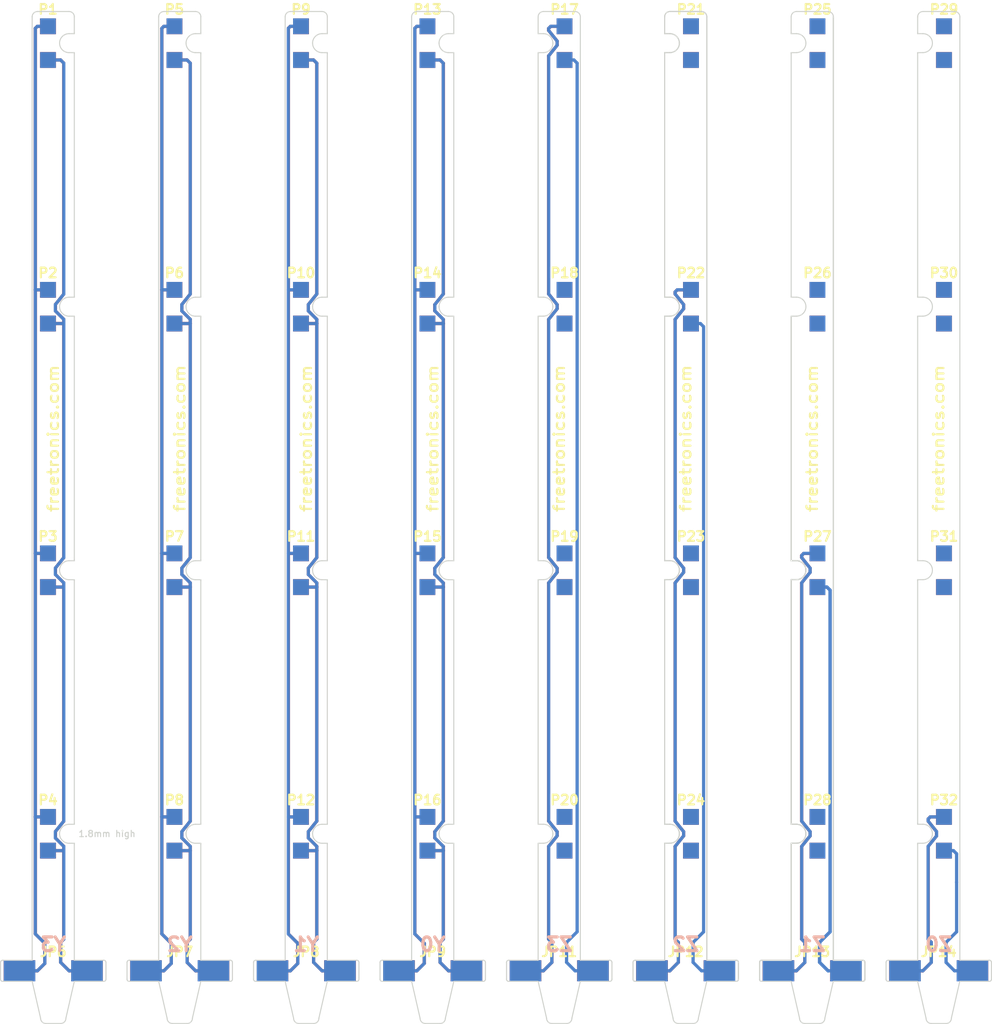
<source format=kicad_pcb>
(kicad_pcb (version 20221018) (generator pcbnew)
  (layers (0 "F.Cu" signal "Front") (31 "B.Cu" signal "Back") (34 "B.Paste" user) (35 "F.Paste" user) (36 "B.SilkS" user) (37 "F.SilkS" user) (38 "B.Mask" user) (39 "F.Mask" user) (44 "Edge.Cuts" user))
  (net 0 "")
  (net 1 "/X0Y0")
  (net 2 "/X0Y1")
  (net 3 "/X0Y2")
  (net 4 "/X0Y3")
  (net 5 "/X1Y0")
  (net 6 "/X1Y1")
  (net 7 "/X1Y2")
  (net 8 "/X1Y3")
  (net 9 "/X2Y0")
  (net 10 "/X2Y1")
  (net 11 "/X2Y2")
  (net 12 "/X2Y3")
  (net 13 "/X3Y0")
  (net 14 "/X3Y1")
  (net 15 "/X3Y2")
  (net 16 "/X3Y3")
  (net 17 "/Z0_BLUE")
  (net 18 "/Z0_GREEN")
  (net 19 "/Z0_RED")
  (net 20 "/Z1_BLUE")
  (net 21 "/Z1_GREEN")
  (net 22 "/Z1_RED")
  (net 23 "/Z2_BLUE")
  (net 24 "/Z2_GREEN")
  (net 25 "/Z2_RED")
  (net 26 "/Z3_BLUE")
  (net 27 "/Z3_GREEN")
  (net 28 "/Z3_RED")
  (footprint "LED_STICK_BASE_4PAD" (layer "F.Cu") (at 171.99864 139.99972)
    (fp_text reference "JP7")
    (fp_text value "Y2" hide)
  )
  (footprint "LED_STICK_BASE_4PAD" (layer "F.Cu") (at 184.00014 139.99972)
    (fp_text reference "JP8")
    (fp_text value "Y1" hide)
  )
  (footprint "LED_STICK_BASE_4PAD" (layer "F.Cu") (at 195.9991 139.99972)
    (fp_text reference "JP9")
    (fp_text value "Y0" hide)
  )
  (footprint "LED_STICK_BASE_4PAD" (layer "F.Cu") (at 244.00002 139.99972)
    (fp_text reference "JP14")
    (fp_text value "Z0" hide)
  )
  (footprint "LED_STICK_BASE_4PAD" (layer "F.Cu") (at 231.99852 139.99972)
    (fp_text reference "JP13")
    (fp_text value "Z1" hide)
  )
  (footprint "LED_STICK_BASE_4PAD" (layer "F.Cu") (at 219.99956 139.99972)
    (fp_text reference "JP12")
    (fp_text value "Z2" hide)
  )
  (footprint "LED_STICK_BASE_4PAD" (layer "F.Cu") (at 208.0006 139.99972)
    (fp_text reference "JP11")
    (fp_text value "Z3" hide)
  )
  (footprint "LED_MATRIX_VERTICAL_4PAD" (layer "F.Cu") (at 159.4993 77.0001)
    (fp_text reference "P2")
    (fp_text value "Z2" hide)
  )
  (footprint "LED_MATRIX_VERTICAL_4PAD" (layer "F.Cu") (at 159.4993 51.99888)
    (fp_text reference "P1")
    (fp_text value "Z3" hide)
  )
  (footprint "LED_MATRIX_VERTICAL_4PAD" (layer "F.Cu") (at 159.4993 127)
    (fp_text reference "P4")
    (fp_text value "Z0" hide)
  )
  (footprint "LED_MATRIX_VERTICAL_4PAD" (layer "F.Cu") (at 183.49722 127)
    (fp_text reference "P12")
    (fp_text value "Z0" hide)
  )
  (footprint "LED_MATRIX_VERTICAL_4PAD" (layer "F.Cu") (at 183.49722 101.99878)
    (fp_text reference "P11")
    (fp_text value "Z1" hide)
  )
  (footprint "LED_MATRIX_VERTICAL_4PAD" (layer "F.Cu") (at 183.49976 51.99888)
    (fp_text reference "P9")
    (fp_text value "Z3" hide)
  )
  (footprint "LED_MATRIX_VERTICAL_4PAD" (layer "F.Cu") (at 183.49722 77.0001)
    (fp_text reference "P10")
    (fp_text value "Z2" hide)
  )
  (footprint "LED_MATRIX_VERTICAL_4PAD" (layer "F.Cu") (at 195.49618 77.0001)
    (fp_text reference "P14")
    (fp_text value "Z2" hide)
  )
  (footprint "LED_MATRIX_VERTICAL_4PAD" (layer "F.Cu") (at 195.49872 51.99888)
    (fp_text reference "P13")
    (fp_text value "Z3" hide)
  )
  (footprint "LED_MATRIX_VERTICAL_4PAD" (layer "F.Cu") (at 171.49572 77.0001)
    (fp_text reference "P6")
    (fp_text value "Z2" hide)
  )
  (footprint "LED_MATRIX_VERTICAL_4PAD" (layer "F.Cu") (at 195.49618 127)
    (fp_text reference "P16")
    (fp_text value "Z0" hide)
  )
  (footprint "LED_MATRIX_VERTICAL_4PAD" (layer "F.Cu") (at 208.50098 101.99878)
    (fp_text reference "P19")
    (fp_text value "Z1" hide)
  )
  (footprint "LED_MATRIX_VERTICAL_4PAD" (layer "F.Cu") (at 244.5004 127)
    (fp_text reference "P32")
    (fp_text value "Z0" hide)
  )
  (footprint "LED_MATRIX_VERTICAL_4PAD" (layer "F.Cu") (at 244.5004 101.99878)
    (fp_text reference "P31")
    (fp_text value "Z1" hide)
  )
  (footprint "LED_MATRIX_VERTICAL_4PAD" (layer "F.Cu") (at 244.50294 51.99888)
    (fp_text reference "P29")
    (fp_text value "Z3" hide)
  )
  (footprint "LED_MATRIX_VERTICAL_4PAD" (layer "F.Cu") (at 244.5004 77.0001)
    (fp_text reference "P30")
    (fp_text value "Z2" hide)
  )
  (footprint "LED_MATRIX_VERTICAL_4PAD" (layer "F.Cu") (at 232.4989 77.0001)
    (fp_text reference "P26")
    (fp_text value "Z2" hide)
  )
  (footprint "LED_MATRIX_VERTICAL_4PAD" (layer "F.Cu") (at 232.50144 51.99888)
    (fp_text reference "P25")
    (fp_text value "Z3" hide)
  )
  (footprint "LED_MATRIX_VERTICAL_4PAD" (layer "F.Cu") (at 232.4989 101.99878)
    (fp_text reference "P27")
    (fp_text value "Z1" hide)
  )
  (footprint "LED_MATRIX_VERTICAL_4PAD" (layer "F.Cu") (at 232.4989 127)
    (fp_text reference "P28")
    (fp_text value "Z0" hide)
  )
  (footprint "LED_MATRIX_VERTICAL_4PAD" (layer "F.Cu") (at 208.50098 127)
    (fp_text reference "P20")
    (fp_text value "Z0" hide)
  )
  (footprint "LED_MATRIX_VERTICAL_4PAD" (layer "F.Cu") (at 159.4993 101.99878)
    (fp_text reference "P3")
    (fp_text value "Z1" hide)
  )
  (footprint "LED_MATRIX_VERTICAL_4PAD" (layer "F.Cu") (at 208.50098 51.99888)
    (fp_text reference "P17")
    (fp_text value "Z3" hide)
  )
  (footprint "LED_MATRIX_VERTICAL_4PAD" (layer "F.Cu") (at 208.50098 77.0001)
    (fp_text reference "P18")
    (fp_text value "Z2" hide)
  )
  (footprint "LED_MATRIX_VERTICAL_4PAD" (layer "F.Cu") (at 220.49994 77.0001)
    (fp_text reference "P22")
    (fp_text value "Z2" hide)
  )
  (footprint "LED_MATRIX_VERTICAL_4PAD" (layer "F.Cu") (at 220.50248 51.99888)
    (fp_text reference "P21")
    (fp_text value "Z3" hide)
  )
  (footprint "LED_MATRIX_VERTICAL_4PAD" (layer "F.Cu") (at 220.49994 101.99878)
    (fp_text reference "P23")
    (fp_text value "Z1" hide)
  )
  (footprint "LED_MATRIX_VERTICAL_4PAD" (layer "F.Cu") (at 220.49994 127)
    (fp_text reference "P24")
    (fp_text value "Z0" hide)
  )
  (footprint "LED_MATRIX_VERTICAL_4PAD" (layer "F.Cu") (at 171.49572 127)
    (fp_text reference "P8")
    (fp_text value "Z0" hide)
  )
  (footprint "LED_MATRIX_VERTICAL_4PAD" (layer "F.Cu") (at 171.49572 101.99878)
    (fp_text reference "P7")
    (fp_text value "Z1" hide)
  )
  (footprint "LED_STICK_BASE_4PAD" (layer "F.Cu") (at 159.99968 139.99972)
    (fp_text reference "JP6")
    (fp_text value "Y3" hide)
  )
  (footprint "LED_MATRIX_VERTICAL_4PAD" (layer "F.Cu") (at 171.49826 51.99888)
    (fp_text reference "P5")
    (fp_text value "Z3" hide)
  )
  (footprint "LED_MATRIX_VERTICAL_4PAD" (layer "F.Cu") (at 195.49618 101.99878)
    (fp_text reference "P15")
    (fp_text value "Z1" hide)
  )
  (gr_line (start 161.50082 77.89926) (end 161.99866 77.89926) (stroke (width 0.09906)) (layer "Edge.Cuts"))
  (gr_arc (start 218.49842 51.09972) (mid 219.134222 51.363078) (end 219.39758 51.99888) (stroke (width 0.09906)) (layer "Edge.Cuts"))
  (gr_line (start 218.49842 48.99914) (end 221.5007 48.99914) (stroke (width 0.09906)) (layer "Edge.Cuts"))
  (gr_line (start 230.00462 75.99934) (end 230.00462 52.99964) (stroke (width 0.09906)) (layer "Edge.Cuts"))
  (gr_arc (start 231.40162 126.99746) (mid 231.138262 127.633262) (end 230.50246 127.89662) (stroke (width 0.09906)) (layer "Edge.Cuts"))
  (gr_arc (start 172.59808 102.00132) (mid 172.862182 101.363722) (end 173.49978 101.09962) (stroke (width 0.09906)) (layer "Edge.Cuts"))
  (gr_line (start 217.99804 101.09708) (end 217.99804 100.99802) (stroke (width 0.09906)) (layer "Edge.Cuts"))
  (gr_line (start 230.00208 126.0983) (end 230.00208 125.99924) (stroke (width 0.09906)) (layer "Edge.Cuts"))
  (gr_line (start 230.00208 126.0983) (end 230.00208 125.99924) (stroke (width 0.09906)) (layer "Edge.Cuts"))
  (gr_arc (start 185.20156 144.5006) (mid 185.055002 144.854422) (end 184.70118 145.00098) (stroke (width 0.09906)) (layer "Edge.Cuts"))
  (gr_arc (start 185.50128 77.9018) (mid 184.865478 77.638442) (end 184.60212 77.00264) (stroke (width 0.09906)) (layer "Edge.Cuts"))
  (gr_line (start 230.00208 127.89916) (end 230.49992 127.89916) (stroke (width 0.09906)) (layer "Edge.Cuts"))
  (gr_line (start 230.00462 76.0984) (end 230.50246 76.0984) (stroke (width 0.09906)) (layer "Edge.Cuts"))
  (gr_line (start 230.00462 76.0984) (end 230.00462 75.99934) (stroke (width 0.09906)) (layer "Edge.Cuts"))
  (gr_line (start 229.99954 102.90048) (end 229.99954 102.99954) (stroke (width 0.09906)) (layer "Edge.Cuts"))
  (gr_arc (start 237.00232 140.79982) (mid 236.943548 140.941708) (end 236.80166 141.00048) (stroke (width 0.09906)) (layer "Edge.Cuts"))
  (gr_line (start 230.00208 101.09962) (end 230.00208 101.00056) (stroke (width 0.09906)) (layer "Edge.Cuts"))
  (gr_arc (start 219.29852 144.99844) (mid 218.946494 144.852626) (end 218.80068 144.5006) (stroke (width 0.09906)) (layer "Edge.Cuts"))
  (gr_line (start 239.00638 140.79982) (end 239.00638 139.19962) (stroke (width 0.09906)) (layer "Edge.Cuts"))
  (gr_line (start 217.99804 51.09972) (end 218.49588 51.09972) (stroke (width 0.09906)) (layer "Edge.Cuts"))
  (gr_line (start 197.99808 75.99934) (end 197.99808 52.99964) (stroke (width 0.09906)) (layer "Edge.Cuts"))
  (gr_arc (start 173.2026 144.5006) (mid 173.056042 144.854422) (end 172.70222 145.00098) (stroke (width 0.09906)) (layer "Edge.Cuts"))
  (gr_arc (start 233.50474 48.99914) (mid 233.858562 49.145698) (end 234.00512 49.49952) (stroke (width 0.09906)) (layer "Edge.Cuts"))
  (gr_line (start 230.00208 127.89916) (end 230.49992 127.89916) (stroke (width 0.09906)) (layer "Edge.Cuts"))
  (gr_arc (start 215.2015 141.00048) (mid 215.059612 140.941708) (end 215.00084 140.79982) (stroke (width 0.09906)) (layer "Edge.Cuts"))
  (gr_line (start 222.00108 138.99896) (end 224.8027 138.99896) (stroke (width 0.09906)) (layer "Edge.Cuts"))
  (gr_line (start 217.99804 102.89794) (end 217.99804 102.997) (stroke (width 0.09906)) (layer "Edge.Cuts"))
  (gr_line (start 225.00336 139.19962) (end 225.00336 140.79982) (stroke (width 0.09906)) (layer "Edge.Cuts"))
  (gr_arc (start 206.49946 76.0984) (mid 207.135262 76.361758) (end 207.39862 76.99756) (stroke (width 0.09906)) (layer "Edge.Cuts"))
  (gr_arc (start 197.50024 77.9018) (mid 196.864438 77.638442) (end 196.60108 77.00264) (stroke (width 0.09906)) (layer "Edge.Cuts"))
  (gr_line (start 179.00142 140.79982) (end 179.00142 139.19962) (stroke (width 0.09906)) (layer "Edge.Cuts"))
  (gr_line (start 218.00058 51.09972) (end 218.00058 51.00066) (stroke (width 0.09906)) (layer "Edge.Cuts"))
  (gr_line (start 217.99804 52.90058) (end 217.99804 52.99964) (stroke (width 0.09906)) (layer "Edge.Cuts"))
  (gr_arc (start 188.80074 138.99896) (mid 188.942628 139.057732) (end 189.0014 139.19962) (stroke (width 0.09906)) (layer "Edge.Cuts"))
  (gr_line (start 237.00486 139.19962) (end 237.00486 140.79982) (stroke (width 0.09906)) (layer "Edge.Cuts"))
  (gr_line (start 233.9975 141.00048) (end 236.79912 141.00048) (stroke (width 0.09906)) (layer "Edge.Cuts"))
  (gr_line (start 242.00104 141.00048) (end 242.80114 144.5006) (stroke (width 0.09906)) (layer "Edge.Cuts"))
  (gr_arc (start 227.00234 139.19962) (mid 227.060368 139.059528) (end 227.20046 139.0015) (stroke (width 0.09906)) (layer "Edge.Cuts"))
  (gr_line (start 205.99908 101.09708) (end 206.49692 101.09708) (stroke (width 0.09906)) (layer "Edge.Cuts"))
  (gr_arc (start 173.49978 77.9018) (mid 172.863978 77.638442) (end 172.60062 77.00264) (stroke (width 0.09906)) (layer "Edge.Cuts"))
  (gr_arc (start 242.50396 101.09708) (mid 243.139762 101.360438) (end 243.40312 101.99624) (stroke (width 0.09906)) (layer "Edge.Cuts"))
  (gr_line (start 217.99804 101.00056) (end 217.99804 78.00086) (stroke (width 0.09906)) (layer "Edge.Cuts"))
  (gr_line (start 242.00358 101.00056) (end 242.00358 78.00086) (stroke (width 0.09906)) (layer "Edge.Cuts"))
  (gr_line (start 185.99912 76.10094) (end 185.99912 75.99934) (stroke (width 0.09906)) (layer "Edge.Cuts"))
  (gr_line (start 230.00208 52.90058) (end 230.49992 52.90058) (stroke (width 0.09906)) (layer "Edge.Cuts"))
  (gr_arc (start 230.49992 101.09962) (mid 231.135722 101.362978) (end 231.39908 101.99878) (stroke (width 0.09906)) (layer "Edge.Cuts"))
  (gr_line (start 218.00058 76.0984) (end 218.00058 75.99934) (stroke (width 0.09906)) (layer "Edge.Cuts"))
  (gr_arc (start 161.50082 102.90048) (mid 160.865018 102.637122) (end 160.60166 102.00132) (stroke (width 0.09906)) (layer "Edge.Cuts"))
  (gr_line (start 230.00462 77.89926) (end 230.00462 77.99832) (stroke (width 0.09906)) (layer "Edge.Cuts"))
  (gr_line (start 230.00208 102.90048) (end 230.49992 102.90048) (stroke (width 0.09906)) (layer "Edge.Cuts"))
  (gr_arc (start 218.50096 126.0983) (mid 219.136762 126.361658) (end 219.40012 126.99746) (stroke (width 0.09906)) (layer "Edge.Cuts"))
  (gr_line (start 191.1985 141.00048) (end 194.00012 141.00048) (stroke (width 0.09906)) (layer "Edge.Cuts"))
  (gr_line (start 242.00358 126.0983) (end 242.00358 125.99924) (stroke (width 0.09906)) (layer "Edge.Cuts"))
  (gr_line (start 195.29806 144.99844) (end 196.70014 144.99844) (stroke (width 0.09906)) (layer "Edge.Cuts"))
  (gr_line (start 218.00058 101.09708) (end 218.49842 101.09708) (stroke (width 0.09906)) (layer "Edge.Cuts"))
  (gr_line (start 218.00058 51.00066) (end 218.00058 49.49952) (stroke (width 0.09906)) (layer "Edge.Cuts"))
  (gr_line (start 230.00208 101.09962) (end 230.49992 101.09962) (stroke (width 0.09906)) (layer "Edge.Cuts"))
  (gr_line (start 230.50246 48.99914) (end 233.50474 48.99914) (stroke (width 0.09906)) (layer "Edge.Cuts"))
  (gr_line (start 242.00358 51.09972) (end 242.50142 51.09972) (stroke (width 0.09906)) (layer "Edge.Cuts"))
  (gr_line (start 242.00358 125.99924) (end 242.00358 102.99954) (stroke (width 0.09906)) (layer "Edge.Cuts"))
  (gr_arc (start 230.50246 126.0983) (mid 231.138262 126.361658) (end 231.40162 126.99746) (stroke (width 0.09906)) (layer "Edge.Cuts"))
  (gr_line (start 242.00358 102.89794) (end 242.50142 102.89794) (stroke (width 0.09906)) (layer "Edge.Cuts"))
  (gr_line (start 242.00358 76.0984) (end 242.50142 76.0984) (stroke (width 0.09906)) (layer "Edge.Cuts"))
  (gr_line (start 197.99808 128.00076) (end 197.99808 127.89916) (stroke (width 0.09906)) (layer "Edge.Cuts"))
  (gr_line (start 194.00012 49.49952) (end 194.00012 138.99896) (stroke (width 0.09906)) (layer "Edge.Cuts"))
  (gr_arc (start 203.2 141.00048) (mid 203.058112 140.941708) (end 202.99934 140.79982) (stroke (width 0.09906)) (layer "Edge.Cuts"))
  (gr_arc (start 185.50128 48.99914) (mid 185.855102 49.145698) (end 186.00166 49.49952) (stroke (width 0.09906)) (layer "Edge.Cuts"))
  (gr_line (start 242.00358 101.09708) (end 242.50142 101.09708) (stroke (width 0.09906)) (layer "Edge.Cuts"))
  (gr_line (start 185.99912 138.99896) (end 188.80074 138.99896) (stroke (width 0.09906)) (layer "Edge.Cuts"))
  (gr_line (start 185.99912 141.00048) (end 188.80074 141.00048) (stroke (width 0.09906)) (layer "Edge.Cuts"))
  (gr_line (start 217.99804 126.0983) (end 217.99804 125.99924) (stroke (width 0.09906)) (layer "Edge.Cuts"))
  (gr_line (start 197.99808 141.00048) (end 197.19798 144.5006) (stroke (width 0.09906)) (layer "Edge.Cuts"))
  (gr_arc (start 219.40012 126.99746) (mid 219.136762 127.633262) (end 218.50096 127.89662) (stroke (width 0.09906)) (layer "Edge.Cuts"))
  (gr_line (start 197.99808 125.99924) (end 197.99808 126.10084) (stroke (width 0.09906)) (layer "Edge.Cuts"))
  (gr_line (start 230.00208 125.99924) (end 230.00208 102.99954) (stroke (width 0.09906)) (layer "Edge.Cuts"))
  (gr_arc (start 245.50624 48.99914) (mid 245.860062 49.145698) (end 246.00662 49.49952) (stroke (width 0.09906)) (layer "Edge.Cuts"))
  (gr_line (start 185.99912 125.99924) (end 185.99912 126.10084) (stroke (width 0.09906)) (layer "Edge.Cuts"))
  (gr_arc (start 196.59854 77.00264) (mid 196.862642 76.365042) (end 197.50024 76.10094) (stroke (width 0.09906)) (layer "Edge.Cuts"))
  (gr_line (start 182.00116 49.49952) (end 182.00116 138.99896) (stroke (width 0.09906)) (layer "Edge.Cuts"))
  (gr_arc (start 206.00162 49.49952) (mid 206.147434 49.147494) (end 206.49946 49.00168) (stroke (width 0.09906)) (layer "Edge.Cuts"))
  (gr_line (start 245.999 141.00048) (end 248.80062 141.00048) (stroke (width 0.09906)) (layer "Edge.Cuts"))
  (gr_line (start 230.00208 101.00056) (end 230.00208 78.00086) (stroke (width 0.09906)) (layer "Edge.Cuts"))
  (gr_arc (start 218.00312 49.49952) (mid 218.148934 49.147494) (end 218.50096 49.00168) (stroke (width 0.09906)) (layer "Edge.Cuts"))
  (gr_line (start 218.00058 102.89794) (end 218.49842 102.89794) (stroke (width 0.09906)) (layer "Edge.Cuts"))
  (gr_line (start 230.00208 51.09972) (end 230.49992 51.09972) (stroke (width 0.09906)) (layer "Edge.Cuts"))
  (gr_arc (start 230.505 76.0984) (mid 231.140802 76.361758) (end 231.40416 76.99756) (stroke (width 0.09906)) (layer "Edge.Cuts"))
  (gr_line (start 230.00208 102.89794) (end 230.00208 102.997) (stroke (width 0.09906)) (layer "Edge.Cuts"))
  (gr_line (start 229.99954 102.90048) (end 230.49738 102.90048) (stroke (width 0.09906)) (layer "Edge.Cuts"))
  (gr_line (start 205.99908 138.99896) (end 205.99908 128.00076) (stroke (width 0.09906)) (layer "Edge.Cuts"))
  (gr_arc (start 224.80016 138.99896) (mid 224.942048 139.057732) (end 225.00082 139.19962) (stroke (width 0.09906)) (layer "Edge.Cuts"))
  (gr_line (start 158.49854 48.99914) (end 161.50082 48.99914) (stroke (width 0.09906)) (layer "Edge.Cuts"))
  (gr_line (start 217.99804 51.09972) (end 217.99804 51.00066) (stroke (width 0.09906)) (layer "Edge.Cuts"))
  (gr_arc (start 243.29898 144.99844) (mid 242.946954 144.852626) (end 242.80114 144.5006) (stroke (width 0.09906)) (layer "Edge.Cuts"))
  (gr_arc (start 231.40416 76.99756) (mid 231.140802 77.633362) (end 230.505 77.89672) (stroke (width 0.09906)) (layer "Edge.Cuts"))
  (gr_line (start 161.50082 101.09962) (end 161.99866 101.09962) (stroke (width 0.09906)) (layer "Edge.Cuts"))
  (gr_line (start 217.99804 75.99934) (end 217.99804 52.99964) (stroke (width 0.09906)) (layer "Edge.Cuts"))
  (gr_arc (start 218.49842 101.09708) (mid 219.134222 101.360438) (end 219.39758 101.99624) (stroke (width 0.09906)) (layer "Edge.Cuts"))
  (gr_line (start 227.00234 140.79982) (end 227.00234 139.19962) (stroke (width 0.09906)) (layer "Edge.Cuts"))
  (gr_line (start 173.99762 51.00066) (end 173.99762 49.49952) (stroke (width 0.09906)) (layer "Edge.Cuts"))
  (gr_line (start 173.99762 127.89916) (end 173.49978 127.89916) (stroke (width 0.09906)) (layer "Edge.Cuts"))
  (gr_arc (start 227.203 141.00048) (mid 227.061112 140.941708) (end 227.00234 140.79982) (stroke (width 0.09906)) (layer "Edge.Cuts"))
  (gr_line (start 185.99912 51.09972) (end 185.99912 51.00066) (stroke (width 0.09906)) (layer "Edge.Cuts"))
  (gr_line (start 205.99908 77.89926) (end 205.99908 77.99832) (stroke (width 0.09906)) (layer "Edge.Cuts"))
  (gr_line (start 174.00016 141.00048) (end 176.80178 141.00048) (stroke (width 0.09906)) (layer "Edge.Cuts"))
  (gr_line (start 227.19792 141.00048) (end 229.99954 141.00048) (stroke (width 0.09906)) (layer "Edge.Cuts"))
  (gr_line (start 209.99958 138.99896) (end 212.8012 138.99896) (stroke (width 0.09906)) (layer "Edge.Cuts"))
  (gr_line (start 183.2991 144.99844) (end 184.70118 144.99844) (stroke (width 0.09906)) (layer "Edge.Cuts"))
  (gr_line (start 173.99762 126.10084) (end 173.49978 126.10084) (stroke (width 0.09906)) (layer "Edge.Cuts"))
  (gr_line (start 218.00058 125.99924) (end 218.00058 102.99954) (stroke (width 0.09906)) (layer "Edge.Cuts"))
  (gr_line (start 158.0007 49.49952) (end 158.0007 138.99896) (stroke (width 0.09906)) (layer "Edge.Cuts"))
  (gr_arc (start 172.59808 52.00142) (mid 172.862182 51.363822) (end 173.49978 51.09972) (stroke (width 0.09906)) (layer "Edge.Cuts"))
  (gr_arc (start 207.39862 51.99888) (mid 207.135262 52.634682) (end 206.49946 52.89804) (stroke (width 0.09906)) (layer "Edge.Cuts"))
  (gr_line (start 242.50396 48.99914) (end 245.50624 48.99914) (stroke (width 0.09906)) (layer "Edge.Cuts"))
  (gr_line (start 230.00208 102.89794) (end 230.49992 102.89794) (stroke (width 0.09906)) (layer "Edge.Cuts"))
  (gr_line (start 205.99908 77.89926) (end 206.49692 77.89926) (stroke (width 0.09906)) (layer "Edge.Cuts"))
  (gr_line (start 161.99866 101.00056) (end 161.99866 78.00086) (stroke (width 0.09906)) (layer "Edge.Cuts"))
  (gr_line (start 227.203 138.99896) (end 230.00462 138.99896) (stroke (width 0.09906)) (layer "Edge.Cuts"))
  (gr_arc (start 221.50324 48.99914) (mid 221.857062 49.145698) (end 222.00362 49.49952) (stroke (width 0.09906)) (layer "Edge.Cuts"))
  (gr_line (start 185.99912 52.90058) (end 185.99912 52.99964) (stroke (width 0.09906)) (layer "Edge.Cuts"))
  (gr_arc (start 182.00116 49.49952) (mid 182.146974 49.147494) (end 182.499 49.00168) (stroke (width 0.09906)) (layer "Edge.Cuts"))
  (gr_arc (start 212.8012 138.99896) (mid 212.943088 139.057732) (end 213.00186 139.19962) (stroke (width 0.09906)) (layer "Edge.Cuts"))
  (gr_line (start 217.99804 101.09708) (end 218.49588 101.09708) (stroke (width 0.09906)) (layer "Edge.Cuts"))
  (gr_line (start 237.00232 139.19962) (end 237.00232 140.79982) (stroke (width 0.09906)) (layer "Edge.Cuts"))
  (gr_line (start 167.20058 141.00048) (end 170.0022 141.00048) (stroke (width 0.09906)) (layer "Edge.Cuts"))
  (gr_line (start 229.99954 126.0983) (end 230.49738 126.0983) (stroke (width 0.09906)) (layer "Edge.Cuts"))
  (gr_arc (start 215.00338 139.19962) (mid 215.061408 139.059528) (end 215.2015 139.0015) (stroke (width 0.09906)) (layer "Edge.Cuts"))
  (gr_line (start 218.00058 52.90058) (end 218.00058 52.99964) (stroke (width 0.09906)) (layer "Edge.Cuts"))
  (gr_line (start 182.499 48.99914) (end 185.50128 48.99914) (stroke (width 0.09906)) (layer "Edge.Cuts"))
  (gr_line (start 242.00358 77.89926) (end 242.00358 77.99832) (stroke (width 0.09906)) (layer "Edge.Cuts"))
  (gr_arc (start 227.203 141.00048) (mid 227.061112 140.941708) (end 227.00234 140.79982) (stroke (width 0.09906)) (layer "Edge.Cuts"))
  (gr_line (start 155.00096 140.79982) (end 155.00096 139.19962) (stroke (width 0.09906)) (layer "Edge.Cuts"))
  (gr_arc (start 169.99966 49.49952) (mid 170.145474 49.147494) (end 170.4975 49.00168) (stroke (width 0.09906)) (layer "Edge.Cuts"))
  (gr_arc (start 191.00038 139.19962) (mid 191.058408 139.059528) (end 191.1985 139.0015) (stroke (width 0.09906)) (layer "Edge.Cuts"))
  (gr_line (start 230.00208 101.09708) (end 230.00208 100.99802) (stroke (width 0.09906)) (layer "Edge.Cuts"))
  (gr_arc (start 230.50246 51.09972) (mid 231.138262 51.363078) (end 231.40162 51.99888) (stroke (width 0.09906)) (layer "Edge.Cuts"))
  (gr_line (start 229.99954 101.09962) (end 229.99954 101.00056) (stroke (width 0.09906)) (layer "Edge.Cuts"))
  (gr_arc (start 171.30014 144.99844) (mid 170.948114 144.852626) (end 170.8023 144.5006) (stroke (width 0.09906)) (layer "Edge.Cuts"))
  (gr_line (start 185.50128 52.90058) (end 185.99912 52.90058) (stroke (width 0.09906)) (layer "Edge.Cuts"))
  (gr_line (start 218.00058 101.00056) (end 218.00058 78.00086) (stroke (width 0.09906)) (layer "Edge.Cuts"))
  (gr_line (start 173.99762 128.00076) (end 173.99762 127.89916) (stroke (width 0.09906)) (layer "Edge.Cuts"))
  (gr_line (start 218.00058 138.99896) (end 218.00058 128.00076) (stroke (width 0.09906)) (layer "Edge.Cuts"))
  (gr_line (start 213.00186 139.19962) (end 213.00186 140.79982) (stroke (width 0.09906)) (layer "Edge.Cuts"))
  (gr_line (start 197.99808 138.99896) (end 197.99808 128.00076) (stroke (width 0.09906)) (layer "Edge.Cuts"))
  (gr_line (start 205.99908 51.09972) (end 205.99908 51.00066) (stroke (width 0.09906)) (layer "Edge.Cuts"))
  (gr_arc (start 183.2991 144.99844) (mid 182.947074 144.852626) (end 182.80126 144.5006) (stroke (width 0.09906)) (layer "Edge.Cuts"))
  (gr_line (start 218.00058 76.0984) (end 218.49842 76.0984) (stroke (width 0.09906)) (layer "Edge.Cuts"))
  (gr_line (start 217.99804 77.89926) (end 218.49588 77.89926) (stroke (width 0.09906)) (layer "Edge.Cuts"))
  (gr_arc (start 225.00082 140.79982) (mid 224.942048 140.941708) (end 224.80016 141.00048) (stroke (width 0.09906)) (layer "Edge.Cuts"))
  (gr_line (start 230.00208 102.90048) (end 230.00208 102.99954) (stroke (width 0.09906)) (layer "Edge.Cuts"))
  (gr_line (start 230.00208 127.89916) (end 230.00208 127.99822) (stroke (width 0.09906)) (layer "Edge.Cuts"))
  (gr_line (start 230.00208 101.09708) (end 230.00208 100.99802) (stroke (width 0.09906)) (layer "Edge.Cuts"))
  (gr_line (start 210.00212 49.49952) (end 210.00212 138.99896) (stroke (width 0.09906)) (layer "Edge.Cuts"))
  (gr_line (start 217.99804 76.0984) (end 218.49588 76.0984) (stroke (width 0.09906)) (layer "Edge.Cuts"))
  (gr_line (start 205.99908 102.89794) (end 205.99908 102.997) (stroke (width 0.09906)) (layer "Edge.Cuts"))
  (gr_arc (start 203.00188 139.19962) (mid 203.059908 139.059528) (end 203.2 139.0015) (stroke (width 0.09906)) (layer "Edge.Cuts"))
  (gr_line (start 161.99866 125.99924) (end 161.99866 126.10084) (stroke (width 0.09906)) (layer "Edge.Cuts"))
  (gr_line (start 217.99804 127.89916) (end 218.49588 127.89916) (stroke (width 0.09906)) (layer "Edge.Cuts"))
  (gr_line (start 155.19908 138.99896) (end 158.0007 138.99896) (stroke (width 0.09906)) (layer "Edge.Cuts"))
  (gr_line (start 173.49978 51.09972) (end 173.99762 51.09972) (stroke (width 0.09906)) (layer "Edge.Cuts"))
  (gr_line (start 173.49978 76.10094) (end 173.99762 76.10094) (stroke (width 0.09906)) (layer "Edge.Cuts"))
  (gr_arc (start 242.50396 126.0983) (mid 243.139762 126.361658) (end 243.40312 126.99746) (stroke (width 0.09906)) (layer "Edge.Cuts"))
  (gr_arc (start 218.50096 101.09708) (mid 219.136762 101.360438) (end 219.40012 101.99624) (stroke (width 0.09906)) (layer "Edge.Cuts"))
  (gr_arc (start 161.50082 52.90058) (mid 160.865018 52.637222) (end 160.60166 52.00142) (stroke (width 0.09906)) (layer "Edge.Cuts"))
  (gr_line (start 242.00358 52.90058) (end 242.00358 52.99964) (stroke (width 0.09906)) (layer "Edge.Cuts"))
  (gr_line (start 218.00058 126.0983) (end 218.00058 125.99924) (stroke (width 0.09906)) (layer "Edge.Cuts"))
  (gr_line (start 173.99762 75.99934) (end 173.99762 52.99964) (stroke (width 0.09906)) (layer "Edge.Cuts"))
  (gr_line (start 197.50024 76.10094) (end 197.99808 76.10094) (stroke (width 0.09906)) (layer "Edge.Cuts"))
  (gr_arc (start 218.49842 76.0984) (mid 219.134222 76.361758) (end 219.39758 76.99756) (stroke (width 0.09906)) (layer "Edge.Cuts"))
  (gr_line (start 227.00488 140.79982) (end 227.00488 139.19962) (stroke (width 0.09906)) (layer "Edge.Cuts"))
  (gr_line (start 221.99854 141.00048) (end 221.19844 144.5006) (stroke (width 0.09906)) (layer "Edge.Cuts"))
  (gr_line (start 185.99912 101.00056) (end 185.99912 78.00086) (stroke (width 0.09906)) (layer "Edge.Cuts"))
  (gr_line (start 227.203 138.99896) (end 230.00462 138.99896) (stroke (width 0.09906)) (layer "Edge.Cuts"))
  (gr_arc (start 233.19994 144.5006) (mid 233.053382 144.854422) (end 232.69956 145.00098) (stroke (width 0.09906)) (layer "Edge.Cuts"))
  (gr_line (start 234.00258 49.49952) (end 234.00258 138.99896) (stroke (width 0.09906)) (layer "Edge.Cuts"))
  (gr_arc (start 197.50024 102.90048) (mid 196.864438 102.637122) (end 196.60108 102.00132) (stroke (width 0.09906)) (layer "Edge.Cuts"))
  (gr_arc (start 176.9999 140.79982) (mid 176.941128 140.941708) (end 176.79924 141.00048) (stroke (width 0.09906)) (layer "Edge.Cuts"))
  (gr_arc (start 239.2045 141.00048) (mid 239.062612 140.941708) (end 239.00384 140.79982) (stroke (width 0.09906)) (layer "Edge.Cuts"))
  (gr_line (start 206.49946 48.99914) (end 209.50174 48.99914) (stroke (width 0.09906)) (layer "Edge.Cuts"))
  (gr_arc (start 196.59854 52.00142) (mid 196.862642 51.363822) (end 197.50024 51.09972) (stroke (width 0.09906)) (layer "Edge.Cuts"))
  (gr_line (start 242.00358 127.89916) (end 242.00358 127.99822) (stroke (width 0.09906)) (layer "Edge.Cuts"))
  (gr_line (start 239.2045 138.99896) (end 242.00612 138.99896) (stroke (width 0.09906)) (layer "Edge.Cuts"))
  (gr_line (start 205.99908 101.00056) (end 205.99908 78.00086) (stroke (width 0.09906)) (layer "Edge.Cuts"))
  (gr_arc (start 206.49946 126.0983) (mid 207.135262 126.361658) (end 207.39862 126.99746) (stroke (width 0.09906)) (layer "Edge.Cuts"))
  (gr_arc (start 172.59808 127.00254) (mid 172.862182 126.364942) (end 173.49978 126.10084) (stroke (width 0.09906)) (layer "Edge.Cuts"))
  (gr_line (start 205.99908 51.09972) (end 206.49692 51.09972) (stroke (width 0.09906)) (layer "Edge.Cuts"))
  (gr_line (start 197.50024 102.90048) (end 197.99808 102.90048) (stroke (width 0.09906)) (layer "Edge.Cuts"))
  (gr_line (start 169.99966 49.49952) (end 169.99966 138.99896) (stroke (width 0.09906)) (layer "Edge.Cuts"))
  (gr_line (start 185.99912 101.09962) (end 185.99912 101.00056) (stroke (width 0.09906)) (layer "Edge.Cuts"))
  (gr_arc (start 231.39908 101.99624) (mid 231.135722 102.632042) (end 230.49992 102.8954) (stroke (width 0.09906)) (layer "Edge.Cuts"))
  (gr_line (start 229.99954 141.00048) (end 230.79964 144.5006) (stroke (width 0.09906)) (layer "Edge.Cuts"))
  (gr_line (start 249.00636 139.19962) (end 249.00636 140.79982) (stroke (width 0.09906)) (layer "Edge.Cuts"))
  (gr_line (start 161.99866 75.99934) (end 161.99866 52.99964) (stroke (width 0.09906)) (layer "Edge.Cuts"))
  (gr_arc (start 207.39862 126.99746) (mid 207.135262 127.633262) (end 206.49946 127.89662) (stroke (width 0.09906)) (layer "Edge.Cuts"))
  (gr_line (start 161.99866 138.99896) (end 161.99866 128.00076) (stroke (width 0.09906)) (layer "Edge.Cuts"))
  (gr_line (start 242.00358 77.89926) (end 242.50142 77.89926) (stroke (width 0.09906)) (layer "Edge.Cuts"))
  (gr_line (start 197.99808 126.10084) (end 197.50024 126.10084) (stroke (width 0.09906)) (layer "Edge.Cuts"))
  (gr_arc (start 161.50082 127.9017) (mid 160.865018 127.638342) (end 160.60166 127.00254) (stroke (width 0.09906)) (layer "Edge.Cuts"))
  (gr_arc (start 209.50174 48.99914) (mid 209.855562 49.145698) (end 210.00212 49.49952) (stroke (width 0.09906)) (layer "Edge.Cuts"))
  (gr_arc (start 243.40312 101.99624) (mid 243.139762 102.632042) (end 242.50396 102.8954) (stroke (width 0.09906)) (layer "Edge.Cuts"))
  (gr_line (start 205.99908 102.89794) (end 206.49692 102.89794) (stroke (width 0.09906)) (layer "Edge.Cuts"))
  (gr_arc (start 206.49946 51.09972) (mid 207.135262 51.363078) (end 207.39862 51.99888) (stroke (width 0.09906)) (layer "Edge.Cuts"))
  (gr_arc (start 206.49946 101.09708) (mid 207.135262 101.360438) (end 207.39862 101.99624) (stroke (width 0.09906)) (layer "Edge.Cuts"))
  (gr_line (start 218.00058 77.89926) (end 218.49842 77.89926) (stroke (width 0.09906)) (layer "Edge.Cuts"))
  (gr_line (start 218.00058 141.00048) (end 218.80068 144.5006) (stroke (width 0.09906)) (layer "Edge.Cuts"))
  (gr_line (start 161.50082 76.10094) (end 161.99866 76.10094) (stroke (width 0.09906)) (layer "Edge.Cuts"))
  (gr_arc (start 236.80166 138.99896) (mid 236.943548 139.057732) (end 237.00232 139.19962) (stroke (width 0.09906)) (layer "Edge.Cuts"))
  (gr_arc (start 184.59958 52.00142) (mid 184.863682 51.363822) (end 185.50128 51.09972) (stroke (width 0.09906)) (layer "Edge.Cuts"))
  (gr_arc (start 184.59958 77.00264) (mid 184.863682 76.365042) (end 185.50128 76.10094) (stroke (width 0.09906)) (layer "Edge.Cuts"))
  (gr_arc (start 173.49978 52.90058) (mid 172.863978 52.637222) (end 172.60062 52.00142) (stroke (width 0.09906)) (layer "Edge.Cuts"))
  (gr_line (start 197.99808 76.10094) (end 197.99808 75.99934) (stroke (width 0.09906)) (layer "Edge.Cuts"))
  (gr_line (start 230.00208 125.99924) (end 230.00208 102.99954) (stroke (width 0.09906)) (layer "Edge.Cuts"))
  (gr_arc (start 231.40162 101.99878) (mid 231.138262 102.634582) (end 230.50246 102.89794) (stroke (width 0.09906)) (layer "Edge.Cuts"))
  (gr_arc (start 231.39908 126.99746) (mid 231.135722 127.633262) (end 230.49992 127.89662) (stroke (width 0.09906)) (layer "Edge.Cuts"))
  (gr_line (start 233.9975 141.00048) (end 233.1974 144.5006) (stroke (width 0.09906)) (layer "Edge.Cuts"))
  (gr_arc (start 231.40162 101.99624) (mid 231.138262 102.632042) (end 230.50246 102.8954) (stroke (width 0.09906)) (layer "Edge.Cuts"))
  (gr_arc (start 230.50246 101.09962) (mid 231.138262 101.362978) (end 231.40162 101.99878) (stroke (width 0.09906)) (layer "Edge.Cuts"))
  (gr_line (start 173.99762 101.00056) (end 173.99762 78.00086) (stroke (width 0.09906)) (layer "Edge.Cuts"))
  (gr_arc (start 161.50082 48.99914) (mid 161.854642 49.145698) (end 162.0012 49.49952) (stroke (width 0.09906)) (layer "Edge.Cuts"))
  (gr_arc (start 219.40012 76.99756) (mid 219.136762 77.633362) (end 218.50096 77.89672) (stroke (width 0.09906)) (layer "Edge.Cuts"))
  (gr_arc (start 221.20098 144.5006) (mid 221.054422 144.854422) (end 220.7006 145.00098) (stroke (width 0.09906)) (layer "Edge.Cuts"))
  (gr_arc (start 231.40162 126.99746) (mid 231.138262 127.633262) (end 230.50246 127.89662) (stroke (width 0.09906)) (layer "Edge.Cuts"))
  (gr_arc (start 245.20144 144.5006) (mid 245.054882 144.854422) (end 244.70106 145.00098) (stroke (width 0.09906)) (layer "Edge.Cuts"))
  (gr_line (start 173.99762 138.99896) (end 173.99762 128.00076) (stroke (width 0.09906)) (layer "Edge.Cuts"))
  (gr_arc (start 164.80028 138.99896) (mid 164.942168 139.057732) (end 165.00094 139.19962) (stroke (width 0.09906)) (layer "Edge.Cuts"))
  (gr_arc (start 197.50024 48.99914) (mid 197.854062 49.145698) (end 198.00062 49.49952) (stroke (width 0.09906)) (layer "Edge.Cuts"))
  (gr_line (start 230.00208 126.0983) (end 230.49992 126.0983) (stroke (width 0.09906)) (layer "Edge.Cuts"))
  (gr_arc (start 243.40312 51.99888) (mid 243.139762 52.634682) (end 242.50396 52.89804) (stroke (width 0.09906)) (layer "Edge.Cuts"))
  (gr_line (start 237.00486 139.19962) (end 237.00486 140.79982) (stroke (width 0.09906)) (layer "Edge.Cuts"))
  (gr_line (start 218.00058 127.89916) (end 218.00058 127.99822) (stroke (width 0.09906)) (layer "Edge.Cuts"))
  (gr_line (start 242.00358 51.00066) (end 242.00358 49.49952) (stroke (width 0.09906)) (layer "Edge.Cuts"))
  (gr_arc (start 213.00186 140.79982) (mid 212.943088 140.941708) (end 212.8012 141.00048) (stroke (width 0.09906)) (layer "Edge.Cuts"))
  (gr_line (start 207.29956 144.99844) (end 208.70164 144.99844) (stroke (width 0.09906)) (layer "Edge.Cuts"))
  (gr_arc (start 207.39862 76.99756) (mid 207.135262 77.633362) (end 206.49946 77.89672) (stroke (width 0.09906)) (layer "Edge.Cuts"))
  (gr_line (start 185.50128 102.90048) (end 185.99912 102.90048) (stroke (width 0.09906)) (layer "Edge.Cuts"))
  (gr_arc (start 239.00638 139.19962) (mid 239.064408 139.059528) (end 239.2045 139.0015) (stroke (width 0.09906)) (layer "Edge.Cuts"))
  (gr_line (start 215.19896 138.99896) (end 218.00058 138.99896) (stroke (width 0.09906)) (layer "Edge.Cuts"))
  (gr_line (start 217.99804 127.89916) (end 217.99804 127.99822) (stroke (width 0.09906)) (layer "Edge.Cuts"))
  (gr_arc (start 230.00462 49.49952) (mid 230.150434 49.147494) (end 230.50246 49.00168) (stroke (width 0.09906)) (layer "Edge.Cuts"))
  (gr_line (start 197.99808 52.90058) (end 197.99808 52.99964) (stroke (width 0.09906)) (layer "Edge.Cuts"))
  (gr_line (start 215.00338 140.79982) (end 215.00338 139.19962) (stroke (width 0.09906)) (layer "Edge.Cuts"))
  (gr_arc (start 179.19954 141.00048) (mid 179.057652 140.941708) (end 178.99888 140.79982) (stroke (width 0.09906)) (layer "Edge.Cuts"))
  (gr_line (start 185.99912 125.99924) (end 185.99912 102.99954) (stroke (width 0.09906)) (layer "Edge.Cuts"))
  (gr_line (start 197.99808 77.89926) (end 197.99808 78.00086) (stroke (width 0.09906)) (layer "Edge.Cuts"))
  (gr_line (start 179.19954 138.99896) (end 182.00116 138.99896) (stroke (width 0.09906)) (layer "Edge.Cuts"))
  (gr_arc (start 166.99992 139.19962) (mid 167.057948 139.059528) (end 167.19804 139.0015) (stroke (width 0.09906)) (layer "Edge.Cuts"))
  (gr_line (start 170.0022 141.00048) (end 170.8023 144.5006) (stroke (width 0.09906)) (layer "Edge.Cuts"))
  (gr_arc (start 236.8042 138.99896) (mid 236.946088 139.057732) (end 237.00486 139.19962) (stroke (width 0.09906)) (layer "Edge.Cuts"))
  (gr_arc (start 195.29806 144.99844) (mid 194.946034 144.852626) (end 194.80022 144.5006) (stroke (width 0.09906)) (layer "Edge.Cuts"))
  (gr_line (start 229.99954 102.89794) (end 230.49738 102.89794) (stroke (width 0.09906)) (layer "Edge.Cuts"))
  (gr_arc (start 218.00058 49.49952) (mid 218.146394 49.147494) (end 218.49842 49.00168) (stroke (width 0.09906)) (layer "Edge.Cuts"))
  (gr_arc (start 189.0014 140.79982) (mid 188.942628 140.941708) (end 188.80074 141.00048) (stroke (width 0.09906)) (layer "Edge.Cuts"))
  (gr_line (start 229.99954 126.0983) (end 229.99954 125.99924) (stroke (width 0.09906)) (layer "Edge.Cuts"))
  (gr_line (start 205.99908 75.99934) (end 205.99908 52.99964) (stroke (width 0.09906)) (layer "Edge.Cuts"))
  (gr_line (start 218.00058 52.90058) (end 218.49842 52.90058) (stroke (width 0.09906)) (layer "Edge.Cuts"))
  (gr_line (start 197.50024 77.89926) (end 197.99808 77.89926) (stroke (width 0.09906)) (layer "Edge.Cuts"))
  (gr_arc (start 231.40162 101.99878) (mid 231.138262 102.634582) (end 230.50246 102.89794) (stroke (width 0.09906)) (layer "Edge.Cuts"))
  (gr_line (start 161.99866 51.00066) (end 161.99866 49.49952) (stroke (width 0.09906)) (layer "Edge.Cuts"))
  (gr_arc (start 219.39758 76.99756) (mid 219.134222 77.633362) (end 218.49842 77.89672) (stroke (width 0.09906)) (layer "Edge.Cuts"))
  (gr_line (start 171.30014 144.99844) (end 172.70222 144.99844) (stroke (width 0.09906)) (layer "Edge.Cuts"))
  (gr_line (start 218.50096 48.99914) (end 221.50324 48.99914) (stroke (width 0.09906)) (layer "Edge.Cuts"))
  (gr_line (start 205.99908 76.0984) (end 205.99908 75.99934) (stroke (width 0.09906)) (layer "Edge.Cuts"))
  (gr_line (start 182.00116 141.00048) (end 182.80126 144.5006) (stroke (width 0.09906)) (layer "Edge.Cuts"))
  (gr_line (start 159.29864 144.99844) (end 160.70072 144.99844) (stroke (width 0.09906)) (layer "Edge.Cuts"))
  (gr_line (start 229.99954 127.89916) (end 229.99954 127.99822) (stroke (width 0.09906)) (layer "Edge.Cuts"))
  (gr_arc (start 165.00094 140.79982) (mid 164.942168 140.941708) (end 164.80028 141.00048) (stroke (width 0.09906)) (layer "Edge.Cuts"))
  (gr_line (start 205.99908 51.00066) (end 205.99908 49.49952) (stroke (width 0.09906)) (layer "Edge.Cuts"))
  (gr_line (start 205.99908 101.09708) (end 205.99908 100.99802) (stroke (width 0.09906)) (layer "Edge.Cuts"))
  (gr_line (start 230.00208 51.09972) (end 230.00208 51.00066) (stroke (width 0.09906)) (layer "Edge.Cuts"))
  (gr_line (start 189.0014 139.19962) (end 189.0014 140.79982) (stroke (width 0.09906)) (layer "Edge.Cuts"))
  (gr_line (start 173.49978 102.90048) (end 173.99762 102.90048) (stroke (width 0.09906)) (layer "Edge.Cuts"))
  (gr_line (start 230.00208 127.89916) (end 230.00208 127.99822) (stroke (width 0.09906)) (layer "Edge.Cuts"))
  (gr_line (start 161.99866 141.00048) (end 161.19856 144.5006) (stroke (width 0.09906)) (layer "Edge.Cuts"))
  (gr_line (start 161.99866 102.90048) (end 161.99866 102.99954) (stroke (width 0.09906)) (layer "Edge.Cuts"))
  (gr_line (start 242.00358 76.0984) (end 242.00358 75.99934) (stroke (width 0.09906)) (layer "Edge.Cuts"))
  (gr_line (start 230.00208 126.0983) (end 230.49992 126.0983) (stroke (width 0.09906)) (layer "Edge.Cuts"))
  (gr_line (start 217.99804 52.90058) (end 218.49588 52.90058) (stroke (width 0.09906)) (layer "Edge.Cuts"))
  (gr_line (start 161.50082 51.09972) (end 161.99866 51.09972) (stroke (width 0.09906)) (layer "Edge.Cuts"))
  (gr_line (start 194.00012 141.00048) (end 194.80022 144.5006) (stroke (width 0.09906)) (layer "Edge.Cuts"))
  (gr_arc (start 185.50128 127.9017) (mid 184.865478 127.638342) (end 184.60212 127.00254) (stroke (width 0.09906)) (layer "Edge.Cuts"))
  (gr_arc (start 237.00486 140.79982) (mid 236.946088 140.941708) (end 236.8042 141.00048) (stroke (width 0.09906)) (layer "Edge.Cuts"))
  (gr_arc (start 230.50246 126.0983) (mid 231.138262 126.361658) (end 231.40162 126.99746) (stroke (width 0.09906)) (layer "Edge.Cuts"))
  (gr_line (start 234.00512 49.49952) (end 234.00512 138.99896) (stroke (width 0.09906)) (layer "Edge.Cuts"))
  (gr_arc (start 160.59912 102.00132) (mid 160.863222 101.363722) (end 161.50082 101.09962) (stroke (width 0.09906)) (layer "Edge.Cuts"))
  (gr_line (start 185.50128 76.10094) (end 185.99912 76.10094) (stroke (width 0.09906)) (layer "Edge.Cuts"))
  (gr_line (start 185.99912 128.00076) (end 185.99912 127.89916) (stroke (width 0.09906)) (layer "Edge.Cuts"))
  (gr_line (start 185.99912 102.90048) (end 185.99912 102.99954) (stroke (width 0.09906)) (layer "Edge.Cuts"))
  (gr_line (start 242.00358 51.09972) (end 242.00358 51.00066) (stroke (width 0.09906)) (layer "Edge.Cuts"))
  (gr_arc (start 184.59958 102.00132) (mid 184.863682 101.363722) (end 185.50128 101.09962) (stroke (width 0.09906)) (layer "Edge.Cuts"))
  (gr_line (start 215.2015 138.99896) (end 218.00312 138.99896) (stroke (width 0.09906)) (layer "Edge.Cuts"))
  (gr_line (start 222.00108 49.49952) (end 222.00108 138.99896) (stroke (width 0.09906)) (layer "Edge.Cuts"))
  (gr_line (start 242.00358 101.09708) (end 242.00358 100.99802) (stroke (width 0.09906)) (layer "Edge.Cuts"))
  (gr_arc (start 248.8057 138.99896) (mid 248.947588 139.057732) (end 249.00636 139.19962) (stroke (width 0.09906)) (layer "Edge.Cuts"))
  (gr_line (start 245.999 141.00048) (end 245.1989 144.5006) (stroke (width 0.09906)) (layer "Edge.Cuts"))
  (gr_line (start 243.29898 144.99844) (end 244.70106 144.99844) (stroke (width 0.09906)) (layer "Edge.Cuts"))
  (gr_line (start 158.0007 141.00048) (end 158.8008 144.5006) (stroke (width 0.09906)) (layer "Edge.Cuts"))
  (gr_line (start 194.49796 48.99914) (end 197.50024 48.99914) (stroke (width 0.09906)) (layer "Edge.Cuts"))
  (gr_line (start 229.99954 101.09708) (end 230.49738 101.09708) (stroke (width 0.09906)) (layer "Edge.Cuts"))
  (gr_line (start 173.49978 52.90058) (end 173.99762 52.90058) (stroke (width 0.09906)) (layer "Edge.Cuts"))
  (gr_line (start 173.99762 52.90058) (end 173.99762 52.99964) (stroke (width 0.09906)) (layer "Edge.Cuts"))
  (gr_line (start 230.00462 77.89926) (end 230.50246 77.89926) (stroke (width 0.09906)) (layer "Edge.Cuts"))
  (gr_line (start 246.00408 138.99896) (end 248.8057 138.99896) (stroke (width 0.09906)) (layer "Edge.Cuts"))
  (gr_line (start 173.99762 51.09972) (end 173.99762 51.00066) (stroke (width 0.09906)) (layer "Edge.Cuts"))
  (gr_line (start 185.99912 51.00066) (end 185.99912 49.49952) (stroke (width 0.09906)) (layer "Edge.Cuts"))
  (gr_line (start 185.50128 101.09962) (end 185.99912 101.09962) (stroke (width 0.09906)) (layer "Edge.Cuts"))
  (gr_arc (start 155.00096 139.19962) (mid 155.058988 139.059528) (end 155.19908 139.0015) (stroke (width 0.09906)) (layer "Edge.Cuts"))
  (gr_line (start 185.50128 77.89926) (end 185.99912 77.89926) (stroke (width 0.09906)) (layer "Edge.Cuts"))
  (gr_line (start 230.00208 126.00178) (end 230.00208 103.00208) (stroke (width 0.09906)) (layer "Edge.Cuts"))
  (gr_line (start 185.99912 77.89926) (end 185.99912 78.00086) (stroke (width 0.09906)) (layer "Edge.Cuts"))
  (gr_line (start 205.99908 52.90058) (end 205.99908 52.99964) (stroke (width 0.09906)) (layer "Edge.Cuts"))
  (gr_arc (start 242.00612 49.49952) (mid 242.151934 49.147494) (end 242.50396 49.00168) (stroke (width 0.09906)) (layer "Edge.Cuts"))
  (gr_line (start 191.1985 138.99896) (end 194.00012 138.99896) (stroke (width 0.09906)) (layer "Edge.Cuts"))
  (gr_line (start 161.50082 102.90048) (end 161.99866 102.90048) (stroke (width 0.09906)) (layer "Edge.Cuts"))
  (gr_line (start 197.99808 127.89916) (end 197.50024 127.89916) (stroke (width 0.09906)) (layer "Edge.Cuts"))
  (gr_line (start 161.99866 77.89926) (end 161.99866 78.00086) (stroke (width 0.09906)) (layer "Edge.Cuts"))
  (gr_line (start 203.2 138.99896) (end 206.00162 138.99896) (stroke (width 0.09906)) (layer "Edge.Cuts"))
  (gr_arc (start 194.00012 49.49952) (mid 194.145934 49.147494) (end 194.49796 49.00168) (stroke (width 0.09906)) (layer "Edge.Cuts"))
  (gr_line (start 173.99762 76.10094) (end 173.99762 75.99934) (stroke (width 0.09906)) (layer "Edge.Cuts"))
  (gr_line (start 185.99912 141.00048) (end 185.19902 144.5006) (stroke (width 0.09906)) (layer "Edge.Cuts"))
  (gr_arc (start 173.49978 48.99914) (mid 173.853602 49.145698) (end 174.00016 49.49952) (stroke (width 0.09906)) (layer "Edge.Cuts"))
  (gr_line (start 161.99866 76.10094) (end 161.99866 75.99934) (stroke (width 0.09906)) (layer "Edge.Cuts"))
  (gr_line (start 203.2 141.00048) (end 206.00162 141.00048) (stroke (width 0.09906)) (layer "Edge.Cuts"))
  (gr_arc (start 221.5007 48.99914) (mid 221.854522 49.145698) (end 222.00108 49.49952) (stroke (width 0.09906)) (layer "Edge.Cuts"))
  (gr_line (start 217.99804 77.89926) (end 217.99804 77.99832) (stroke (width 0.09906)) (layer "Edge.Cuts"))
  (gr_line (start 225.00082 139.19962) (end 225.00082 140.79982) (stroke (width 0.09906)) (layer "Edge.Cuts"))
  (gr_arc (start 230.50246 101.09962) (mid 231.138262 101.362978) (end 231.40162 101.99878) (stroke (width 0.09906)) (layer "Edge.Cuts"))
  (gr_line (start 161.99866 141.00048) (end 164.80028 141.00048) (stroke (width 0.09906)) (layer "Edge.Cuts"))
  (gr_line (start 197.99808 102.90048) (end 197.99808 102.99954) (stroke (width 0.09906)) (layer "Edge.Cuts"))
  (gr_line (start 229.99954 126.00178) (end 229.99954 103.00208) (stroke (width 0.09906)) (layer "Edge.Cuts"))
  (gr_line (start 229.99954 125.99924) (end 229.99954 102.99954) (stroke (width 0.09906)) (layer "Edge.Cuts"))
  (gr_arc (start 158.0007 49.49952) (mid 158.146514 49.147494) (end 158.49854 49.00168) (stroke (width 0.09906)) (layer "Edge.Cuts"))
  (gr_arc (start 160.59912 52.00142) (mid 160.863222 51.363822) (end 161.50082 51.09972) (stroke (width 0.09906)) (layer "Edge.Cuts"))
  (gr_line (start 230.00208 101.09962) (end 230.00208 101.00056) (stroke (width 0.09906)) (layer "Edge.Cuts"))
  (gr_arc (start 179.00142 139.19962) (mid 179.059448 139.059528) (end 179.19954 139.0015) (stroke (width 0.09906)) (layer "Edge.Cuts"))
  (gr_line (start 206.00162 141.00048) (end 206.80172 144.5006) (stroke (width 0.09906)) (layer "Edge.Cuts"))
  (gr_arc (start 237.00486 140.79982) (mid 236.946088 140.941708) (end 236.8042 141.00048) (stroke (width 0.09906)) (layer "Edge.Cuts"))
  (gr_arc (start 219.39758 101.99624) (mid 219.134222 102.632042) (end 218.49842 102.8954) (stroke (width 0.09906)) (layer "Edge.Cuts"))
  (gr_line (start 234.00258 138.99896) (end 236.8042 138.99896) (stroke (width 0.09906)) (layer "Edge.Cuts"))
  (gr_arc (start 230.49992 126.0983) (mid 231.135722 126.361658) (end 231.39908 126.99746) (stroke (width 0.09906)) (layer "Edge.Cuts"))
  (gr_arc (start 161.2011 144.5006) (mid 161.054542 144.854422) (end 160.70072 145.00098) (stroke (width 0.09906)) (layer "Edge.Cuts"))
  (gr_line (start 209.99958 141.00048) (end 209.19948 144.5006) (stroke (width 0.09906)) (layer "Edge.Cuts"))
  (gr_line (start 242.00358 127.89916) (end 242.50142 127.89916) (stroke (width 0.09906)) (layer "Edge.Cuts"))
  (gr_line (start 161.99866 125.99924) (end 161.99866 102.99954) (stroke (width 0.09906)) (layer "Edge.Cuts"))
  (gr_arc (start 207.29956 144.99844) (mid 206.947534 144.852626) (end 206.80172 144.5006) (stroke (width 0.09906)) (layer "Edge.Cuts"))
  (gr_line (start 230.00208 101.09708) (end 230.49992 101.09708) (stroke (width 0.09906)) (layer "Edge.Cuts"))
  (gr_line (start 209.99958 141.00048) (end 212.8012 141.00048) (stroke (width 0.09906)) (layer "Edge.Cuts"))
  (gr_arc (start 167.19804 141.00048) (mid 167.056152 140.941708) (end 166.99738 140.79982) (stroke (width 0.09906)) (layer "Edge.Cuts"))
  (gr_line (start 218.00058 127.89916) (end 218.49842 127.89916) (stroke (width 0.09906)) (layer "Edge.Cuts"))
  (gr_arc (start 227.20046 141.00048) (mid 227.058572 140.941708) (end 226.9998 140.79982) (stroke (width 0.09906)) (layer "Edge.Cuts"))
  (gr_line (start 246.00662 49.49952) (end 246.00662 138.99896) (stroke (width 0.09906)) (layer "Edge.Cuts"))
  (gr_line (start 205.99908 127.89916) (end 206.49692 127.89916) (stroke (width 0.09906)) (layer "Edge.Cuts"))
  (gr_arc (start 230.50246 101.09708) (mid 231.138262 101.360438) (end 231.40162 101.99624) (stroke (width 0.09906)) (layer "Edge.Cuts"))
  (gr_arc (start 231.29748 144.99844) (mid 230.945454 144.852626) (end 230.79964 144.5006) (stroke (width 0.09906)) (layer "Edge.Cuts"))
  (gr_line (start 234.00004 138.99896) (end 236.80166 138.99896) (stroke (width 0.09906)) (layer "Edge.Cuts"))
  (gr_line (start 242.00358 126.0983) (end 242.50142 126.0983) (stroke (width 0.09906)) (layer "Edge.Cuts"))
  (gr_line (start 230.00208 102.90048) (end 230.00208 102.99954) (stroke (width 0.09906)) (layer "Edge.Cuts"))
  (gr_arc (start 219.39758 126.99746) (mid 219.134222 127.633262) (end 218.49842 127.89662) (stroke (width 0.09906)) (layer "Edge.Cuts"))
  (gr_line (start 217.99804 51.00066) (end 217.99804 49.49952) (stroke (width 0.09906)) (layer "Edge.Cuts"))
  (gr_arc (start 215.00084 139.19962) (mid 215.058868 139.059528) (end 215.19896 139.0015) (stroke (width 0.09906)) (layer "Edge.Cuts"))
  (gr_line (start 230.00208 126.00178) (end 230.00208 103.00208) (stroke (width 0.09906)) (layer "Edge.Cuts"))
  (gr_line (start 197.50024 52.90058) (end 197.99808 52.90058) (stroke (width 0.09906)) (layer "Edge.Cuts"))
  (gr_line (start 234.00258 138.99896) (end 236.8042 138.99896) (stroke (width 0.09906)) (layer "Edge.Cuts"))
  (gr_line (start 165.00094 139.19962) (end 165.00094 140.79982) (stroke (width 0.09906)) (layer "Edge.Cuts"))
  (gr_line (start 176.9999 139.19962) (end 176.9999 140.79982) (stroke (width 0.09906)) (layer "Edge.Cuts"))
  (gr_line (start 217.99804 138.99896) (end 217.99804 128.00076) (stroke (width 0.09906)) (layer "Edge.Cuts"))
  (gr_line (start 161.99866 127.89916) (end 161.50082 127.89916) (stroke (width 0.09906)) (layer "Edge.Cuts"))
  (gr_arc (start 231.40162 101.99624) (mid 231.138262 102.632042) (end 230.50246 102.8954) (stroke (width 0.09906)) (layer "Edge.Cuts"))
  (gr_line (start 229.99954 101.00056) (end 229.99954 78.00086) (stroke (width 0.09906)) (layer "Edge.Cuts"))
  (gr_arc (start 184.59958 127.00254) (mid 184.863682 126.364942) (end 185.50128 126.10084) (stroke (width 0.09906)) (layer "Edge.Cuts"))
  (gr_line (start 205.99908 76.0984) (end 206.49692 76.0984) (stroke (width 0.09906)) (layer "Edge.Cuts"))
  (gr_arc (start 227.00488 139.19962) (mid 227.062908 139.059528) (end 227.203 139.0015) (stroke (width 0.09906)) (layer "Edge.Cuts"))
  (gr_arc (start 219.40012 101.99624) (mid 219.136762 102.632042) (end 218.50096 102.8954) (stroke (width 0.09906)) (layer "Edge.Cuts"))
  (gr_arc (start 225.00336 140.79982) (mid 224.944588 140.941708) (end 224.8027 141.00048) (stroke (width 0.09906)) (layer "Edge.Cuts"))
  (gr_line (start 185.99912 138.99896) (end 185.99912 128.00076) (stroke (width 0.09906)) (layer "Edge.Cuts"))
  (gr_line (start 197.99808 51.09972) (end 197.99808 51.00066) (stroke (width 0.09906)) (layer "Edge.Cuts"))
  (gr_line (start 170.4975 48.99914) (end 173.49978 48.99914) (stroke (width 0.09906)) (layer "Edge.Cuts"))
  (gr_arc (start 230.49992 101.09708) (mid 231.135722 101.360438) (end 231.39908 101.99624) (stroke (width 0.09906)) (layer "Edge.Cuts"))
  (gr_arc (start 209.20202 144.5006) (mid 209.055462 144.854422) (end 208.70164 145.00098) (stroke (width 0.09906)) (layer "Edge.Cuts"))
  (gr_line (start 173.99762 125.99924) (end 173.99762 102.99954) (stroke (width 0.09906)) (layer "Edge.Cuts"))
  (gr_line (start 161.99866 126.10084) (end 161.50082 126.10084) (stroke (width 0.09906)) (layer "Edge.Cuts"))
  (gr_line (start 197.99808 141.00048) (end 200.7997 141.00048) (stroke (width 0.09906)) (layer "Edge.Cuts"))
  (gr_arc (start 161.50082 77.9018) (mid 160.865018 77.638442) (end 160.60166 77.00264) (stroke (width 0.09906)) (layer "Edge.Cuts"))
  (gr_line (start 221.99854 138.99896) (end 224.80016 138.99896) (stroke (width 0.09906)) (layer "Edge.Cuts"))
  (gr_line (start 197.99808 125.99924) (end 197.99808 102.99954) (stroke (width 0.09906)) (layer "Edge.Cuts"))
  (gr_line (start 173.49978 77.89926) (end 173.99762 77.89926) (stroke (width 0.09906)) (layer "Edge.Cuts"))
  (gr_line (start 219.29852 144.99844) (end 220.7006 144.99844) (stroke (width 0.09906)) (layer "Edge.Cuts"))
  (gr_line (start 173.99762 138.99896) (end 176.79924 138.99896) (stroke (width 0.09906)) (layer "Edge.Cuts"))
  (gr_arc (start 219.39758 51.99888) (mid 219.134222 52.634682) (end 218.49842 52.89804) (stroke (width 0.09906)) (layer "Edge.Cuts"))
  (gr_arc (start 160.59912 77.00264) (mid 160.863222 76.365042) (end 161.50082 76.10094) (stroke (width 0.09906)) (layer "Edge.Cuts"))
  (gr_line (start 205.99908 126.0983) (end 206.49692 126.0983) (stroke (width 0.09906)) (layer "Edge.Cuts"))
  (gr_line (start 205.99908 125.99924) (end 205.99908 102.99954) (stroke (width 0.09906)) (layer "Edge.Cuts"))
  (gr_line (start 173.99762 102.90048) (end 173.99762 102.99954) (stroke (width 0.09906)) (layer "Edge.Cuts"))
  (gr_arc (start 215.19896 141.00048) (mid 215.057072 140.941708) (end 214.9983 140.79982) (stroke (width 0.09906)) (layer "Edge.Cuts"))
  (gr_line (start 230.00208 138.99896) (end 230.00208 128.00076) (stroke (width 0.09906)) (layer "Edge.Cuts"))
  (gr_line (start 161.99866 101.09962) (end 161.99866 101.00056) (stroke (width 0.09906)) (layer "Edge.Cuts"))
  (gr_arc (start 191.1985 141.00048) (mid 191.056612 140.941708) (end 190.99784 140.79982) (stroke (width 0.09906)) (layer "Edge.Cuts"))
  (gr_line (start 203.00188 140.79982) (end 203.00188 139.19962) (stroke (width 0.09906)) (layer "Edge.Cuts"))
  (gr_arc (start 197.50024 52.90058) (mid 196.864438 52.637222) (end 196.60108 52.00142) (stroke (width 0.09906)) (layer "Edge.Cuts"))
  (gr_line (start 230.00208 102.89794) (end 230.00208 102.997) (stroke (width 0.09906)) (layer "Edge.Cuts"))
  (gr_arc (start 218.50096 51.09972) (mid 219.136762 51.363078) (end 219.40012 51.99888) (stroke (width 0.09906)) (layer "Edge.Cuts"))
  (gr_arc (start 159.29864 144.99844) (mid 158.946614 144.852626) (end 158.8008 144.5006) (stroke (width 0.09906)) (layer "Edge.Cuts"))
  (gr_arc (start 196.59854 102.00132) (mid 196.862642 101.363722) (end 197.50024 101.09962) (stroke (width 0.09906)) (layer "Edge.Cuts"))
  (gr_line (start 218.00058 126.0983) (end 218.49842 126.0983) (stroke (width 0.09906)) (layer "Edge.Cuts"))
  (gr_arc (start 230.50246 101.09708) (mid 231.138262 101.360438) (end 231.40162 101.99624) (stroke (width 0.09906)) (layer "Edge.Cuts"))
  (gr_line (start 197.99808 101.00056) (end 197.99808 78.00086) (stroke (width 0.09906)) (layer "Edge.Cuts"))
  (gr_line (start 197.50024 51.09972) (end 197.99808 51.09972) (stroke (width 0.09906)) (layer "Edge.Cuts"))
  (gr_line (start 191.00038 140.79982) (end 191.00038 139.19962) (stroke (width 0.09906)) (layer "Edge.Cuts"))
  (gr_line (start 161.99866 138.99896) (end 164.80028 138.99896) (stroke (width 0.09906)) (layer "Edge.Cuts"))
  (gr_arc (start 224.8027 138.99896) (mid 224.944588 139.057732) (end 225.00336 139.19962) (stroke (width 0.09906)) (layer "Edge.Cuts"))
  (gr_line (start 185.99912 127.89916) (end 185.50128 127.89916) (stroke (width 0.09906)) (layer "Edge.Cuts"))
  (gr_line (start 230.00208 102.90048) (end 230.49992 102.90048) (stroke (width 0.09906)) (layer "Edge.Cuts"))
  (gr_line (start 230.00208 102.89794) (end 230.49992 102.89794) (stroke (width 0.09906)) (layer "Edge.Cuts"))
  (gr_line (start 222.00362 49.49952) (end 222.00362 138.99896) (stroke (width 0.09906)) (layer "Edge.Cuts"))
  (gr_line (start 201.00036 139.19962) (end 201.00036 140.79982) (stroke (width 0.09906)) (layer "Edge.Cuts"))
  (gr_line (start 227.00488 140.79982) (end 227.00488 139.19962) (stroke (width 0.09906)) (layer "Edge.Cuts"))
  (gr_line (start 239.19942 141.00048) (end 242.00104 141.00048) (stroke (width 0.09906)) (layer "Edge.Cuts"))
  (gr_arc (start 236.8042 138.99896) (mid 236.946088 139.057732) (end 237.00486 139.19962) (stroke (width 0.09906)) (layer "Edge.Cuts"))
  (gr_arc (start 176.79924 138.99896) (mid 176.941128 139.057732) (end 176.9999 139.19962) (stroke (width 0.09906)) (layer "Edge.Cuts"))
  (gr_line (start 166.99992 140.79982) (end 166.99992 139.19962) (stroke (width 0.09906)) (layer "Edge.Cuts"))
  (gr_line (start 230.00208 52.90058) (end 230.00208 52.99964) (stroke (width 0.09906)) (layer "Edge.Cuts"))
  (gr_arc (start 197.20052 144.5006) (mid 197.053962 144.854422) (end 196.70014 145.00098) (stroke (width 0.09906)) (layer "Edge.Cuts"))
  (gr_line (start 161.99866 128.00076) (end 161.99866 127.89916) (stroke (width 0.09906)) (layer "Edge.Cuts"))
  (gr_arc (start 173.49978 127.9017) (mid 172.863978 127.638342) (end 172.60062 127.00254) (stroke (width 0.09906)) (layer "Edge.Cuts"))
  (gr_arc (start 155.19908 141.00048) (mid 155.057192 140.941708) (end 154.99842 140.79982) (stroke (width 0.09906)) (layer "Edge.Cuts"))
  (gr_line (start 218.00058 102.89794) (end 218.00058 102.997) (stroke (width 0.09906)) (layer "Edge.Cuts"))
  (gr_line (start 173.99762 101.09962) (end 173.99762 101.00056) (stroke (width 0.09906)) (layer "Edge.Cuts"))
  (gr_line (start 197.50024 101.09962) (end 197.99808 101.09962) (stroke (width 0.09906)) (layer "Edge.Cuts"))
  (gr_line (start 215.19896 141.00048) (end 218.00058 141.00048) (stroke (width 0.09906)) (layer "Edge.Cuts"))
  (gr_line (start 218.00058 51.09972) (end 218.49842 51.09972) (stroke (width 0.09906)) (layer "Edge.Cuts"))
  (gr_line (start 218.00058 77.89926) (end 218.00058 77.99832) (stroke (width 0.09906)) (layer "Edge.Cuts"))
  (gr_line (start 230.00208 101.09708) (end 230.49992 101.09708) (stroke (width 0.09906)) (layer "Edge.Cuts"))
  (gr_line (start 179.19954 141.00048) (end 182.00116 141.00048) (stroke (width 0.09906)) (layer "Edge.Cuts"))
  (gr_line (start 185.99912 126.10084) (end 185.50128 126.10084) (stroke (width 0.09906)) (layer "Edge.Cuts"))
  (gr_line (start 205.99908 127.89916) (end 205.99908 127.99822) (stroke (width 0.09906)) (layer "Edge.Cuts"))
  (gr_line (start 217.99804 76.0984) (end 217.99804 75.99934) (stroke (width 0.09906)) (layer "Edge.Cuts"))
  (gr_line (start 205.99908 126.0983) (end 205.99908 125.99924) (stroke (width 0.09906)) (layer "Edge.Cuts"))
  (gr_arc (start 243.40312 76.99756) (mid 243.139762 77.633362) (end 242.50396 77.89672) (stroke (width 0.09906)) (layer "Edge.Cuts"))
  (gr_line (start 218.00058 75.99934) (end 218.00058 52.99964) (stroke (width 0.09906)) (layer "Edge.Cuts"))
  (gr_arc (start 242.50396 76.0984) (mid 243.139762 76.361758) (end 243.40312 76.99756) (stroke (width 0.09906)) (layer "Edge.Cuts"))
  (gr_line (start 173.99762 77.89926) (end 173.99762 78.00086) (stroke (width 0.09906)) (layer "Edge.Cuts"))
  (gr_line (start 161.99866 51.09972) (end 161.99866 51.00066) (stroke (width 0.09906)) (layer "Edge.Cuts"))
  (gr_line (start 205.99908 52.90058) (end 206.49692 52.90058) (stroke (width 0.09906)) (layer "Edge.Cuts"))
  (gr_line (start 185.50128 51.09972) (end 185.99912 51.09972) (stroke (width 0.09906)) (layer "Edge.Cuts"))
  (gr_line (start 234.00512 49.49952) (end 234.00512 138.99896) (stroke (width 0.09906)) (layer "Edge.Cuts"))
  (gr_line (start 242.00358 75.99934) (end 242.00358 52.99964) (stroke (width 0.09906)) (layer "Edge.Cuts"))
  (gr_arc (start 219.40012 51.99888) (mid 219.136762 52.634682) (end 218.50096 52.89804) (stroke (width 0.09906)) (layer "Edge.Cuts"))
  (gr_line (start 185.99912 75.99934) (end 185.99912 52.99964) (stroke (width 0.09906)) (layer "Edge.Cuts"))
  (gr_line (start 217.99804 125.99924) (end 217.99804 102.99954) (stroke (width 0.09906)) (layer "Edge.Cuts"))
  (gr_arc (start 218.49842 126.0983) (mid 219.134222 126.361658) (end 219.39758 126.99746) (stroke (width 0.09906)) (layer "Edge.Cuts"))
  (gr_line (start 229.99954 127.89916) (end 230.49738 127.89916) (stroke (width 0.09906)) (layer "Edge.Cuts"))
  (gr_line (start 173.99762 125.99924) (end 173.99762 126.10084) (stroke (width 0.09906)) (layer "Edge.Cuts"))
  (gr_line (start 229.99954 101.09708) (end 229.99954 100.99802) (stroke (width 0.09906)) (layer "Edge.Cuts"))
  (gr_arc (start 173.49978 102.90048) (mid 172.863978 102.637122) (end 172.60062 102.00132) (stroke (width 0.09906)) (layer "Edge.Cuts"))
  (gr_arc (start 196.59854 127.00254) (mid 196.862642 126.364942) (end 197.50024 126.10084) (stroke (width 0.09906)) (layer "Edge.Cuts"))
  (gr_line (start 230.00208 51.00066) (end 230.00208 49.49952) (stroke (width 0.09906)) (layer "Edge.Cuts"))
  (gr_line (start 197.99808 138.99896) (end 200.7997 138.99896) (stroke (width 0.09906)) (layer "Edge.Cuts"))
  (gr_arc (start 243.40312 126.99746) (mid 243.139762 127.633262) (end 242.50396 127.89662) (stroke (width 0.09906)) (layer "Edge.Cuts"))
  (gr_line (start 229.99954 101.09962) (end 230.49738 101.09962) (stroke (width 0.09906)) (layer "Edge.Cuts"))
  (gr_arc (start 201.00036 140.79982) (mid 200.941588 140.941708) (end 200.7997 141.00048) (stroke (width 0.09906)) (layer "Edge.Cuts"))
  (gr_line (start 230.00208 138.99896) (end 230.00208 128.00076) (stroke (width 0.09906)) (layer "Edge.Cuts"))
  (gr_line (start 242.00358 102.89794) (end 242.00358 102.997) (stroke (width 0.09906)) (layer "Edge.Cuts"))
  (gr_arc (start 218.50096 76.0984) (mid 219.136762 76.361758) (end 219.40012 76.99756) (stroke (width 0.09906)) (layer "Edge.Cuts"))
  (gr_arc (start 231.39908 101.99878) (mid 231.135722 102.634582) (end 230.49992 102.89794) (stroke (width 0.09906)) (layer "Edge.Cuts"))
  (gr_line (start 230.00208 101.00056) (end 230.00208 78.00086) (stroke (width 0.09906)) (layer "Edge.Cuts"))
  (gr_line (start 155.19908 141.00048) (end 158.0007 141.00048) (stroke (width 0.09906)) (layer "Edge.Cuts"))
  (gr_line (start 161.50082 52.90058) (end 161.99866 52.90058) (stroke (width 0.09906)) (layer "Edge.Cuts"))
  (gr_arc (start 172.59808 77.00264) (mid 172.862182 76.365042) (end 173.49978 76.10094) (stroke (width 0.09906)) (layer "Edge.Cuts"))
  (gr_line (start 229.99954 102.89794) (end 229.99954 102.997) (stroke (width 0.09906)) (layer "Edge.Cuts"))
  (gr_line (start 217.99804 102.89794) (end 218.49588 102.89794) (stroke (width 0.09906)) (layer "Edge.Cuts"))
  (gr_line (start 173.49978 101.09962) (end 173.99762 101.09962) (stroke (width 0.09906)) (layer "Edge.Cuts"))
  (gr_arc (start 160.59912 127.00254) (mid 160.863222 126.364942) (end 161.50082 126.10084) (stroke (width 0.09906)) (layer "Edge.Cuts"))
  (gr_arc (start 207.39862 101.99624) (mid 207.135262 102.632042) (end 206.49946 102.8954) (stroke (width 0.09906)) (layer "Edge.Cuts"))
  (gr_arc (start 231.40162 51.99888) (mid 231.138262 52.634682) (end 230.50246 52.89804) (stroke (width 0.09906)) (layer "Edge.Cuts"))
  (gr_arc (start 200.7997 138.99896) (mid 200.941588 139.057732) (end 201.00036 139.19962) (stroke (width 0.09906)) (layer "Edge.Cuts"))
  (gr_arc (start 242.50396 51.09972) (mid 243.139762 51.363078) (end 243.40312 51.99888) (stroke (width 0.09906)) (layer "Edge.Cuts"))
  (gr_arc (start 227.00488 139.19962) (mid 227.062908 139.059528) (end 227.203 139.0015) (stroke (width 0.09906)) (layer "Edge.Cuts"))
  (gr_arc (start 185.50128 102.90048) (mid 184.865478 102.637122) (end 184.60212 102.00132) (stroke (width 0.09906)) (layer "Edge.Cuts"))
  (gr_arc (start 197.50024 127.9017) (mid 196.864438 127.638342) (end 196.60108 127.00254) (stroke (width 0.09906)) (layer "Edge.Cuts"))
  (gr_line (start 215.00084 140.79982) (end 215.00084 139.19962) (stroke (width 0.09906)) (layer "Edge.Cuts"))
  (gr_line (start 218.00058 101.09708) (end 218.00058 100.99802) (stroke (width 0.09906)) (layer "Edge.Cuts"))
  (gr_arc (start 185.50128 52.90058) (mid 184.865478 52.637222) (end 184.60212 52.00142) (stroke (width 0.09906)) (layer "Edge.Cuts"))
  (gr_line (start 161.99866 52.90058) (end 161.99866 52.99964) (stroke (width 0.09906)) (layer "Edge.Cuts"))
  (gr_line (start 242.00358 52.90058) (end 242.50142 52.90058) (stroke (width 0.09906)) (layer "Edge.Cuts"))
  (gr_line (start 230.00208 101.09962) (end 230.49992 101.09962) (stroke (width 0.09906)) (layer "Edge.Cuts"))
  (gr_line (start 197.99808 51.00066) (end 197.99808 49.49952) (stroke (width 0.09906)) (layer "Edge.Cuts"))
  (gr_line (start 197.99808 101.09962) (end 197.99808 101.00056) (stroke (width 0.09906)) (layer "Edge.Cuts"))
  (gr_line (start 217.99804 126.0983) (end 218.49588 126.0983) (stroke (width 0.09906)) (layer "Edge.Cuts"))
  (gr_arc (start 249.00636 140.79982) (mid 248.947588 140.941708) (end 248.8057 141.00048) (stroke (width 0.09906)) (layer "Edge.Cuts"))
  (gr_line (start 167.19804 138.99896) (end 169.99966 138.99896) (stroke (width 0.09906)) (layer "Edge.Cuts"))
  (gr_line (start 174.00016 141.00048) (end 173.20006 144.5006) (stroke (width 0.09906)) (layer "Edge.Cuts"))
  (gr_line (start 221.99854 141.00048) (end 224.80016 141.00048) (stroke (width 0.09906)) (layer "Edge.Cuts"))
  (gr_line (start 242.00358 138.99896) (end 242.00358 128.00076) (stroke (width 0.09906)) (layer "Edge.Cuts"))
  (gr_line (start 229.99954 138.99896) (end 229.99954 128.00076) (stroke (width 0.09906)) (layer "Edge.Cuts"))
  (gr_line (start 227.20046 138.99896) (end 230.00208 138.99896) (stroke (width 0.09906)) (layer "Edge.Cuts"))
  (gr_line (start 231.29748 144.99844) (end 232.69956 144.99844) (stroke (width 0.09906)) (layer "Edge.Cuts"))
  (gr_text "Z3" (at 207.99806 137.50036) (layer "B.SilkS") (effects (font (size 1.30048 1.30048) (thickness 0.29972)) (justify mirror)))
  (gr_text "Y1" (at 184.00014 137.50036) (layer "B.SilkS") (effects (font (size 1.30048 1.30048) (thickness 0.29972)) (justify mirror)))
  (gr_text "Z2" (at 219.99702 137.50036) (layer "B.SilkS") (effects (font (size 1.30048 1.30048) (thickness 0.29972)) (justify mirror)))
  (gr_text "Z1" (at 231.99852 137.50036) (layer "B.SilkS") (effects (font (size 1.30048 1.30048) (thickness 0.29972)) (justify mirror)))
  (gr_text "Z0" (at 243.99748 137.50036) (layer "B.SilkS") (effects (font (size 1.30048 1.30048) (thickness 0.29972)) (justify mirror)))
  (gr_text "Y2" (at 171.99864 137.50036) (layer "B.SilkS") (effects (font (size 1.30048 1.30048) (thickness 0.29972)) (justify mirror)))
  (gr_text "Y0" (at 195.9991 137.50036) (layer "B.SilkS") (effects (font (size 1.30048 1.30048) (thickness 0.29972)) (justify mirror)))
  (gr_text "Y3" (at 159.99968 137.50036) (layer "B.SilkS") (effects (font (size 1.30048 1.30048) (thickness 0.29972)) (justify mirror)))
  (gr_text "freetronics.com" (at 231.99852 89.49944 90) (layer "F.SilkS") (effects (font (size 1.00076 1.19888) (thickness 0.20066))))
  (gr_text "freetronics.com" (at 184.00014 89.49944 90) (layer "F.SilkS") (effects (font (size 1.00076 1.19888) (thickness 0.20066))))
  (gr_text "freetronics.com" (at 219.99702 89.49944 90) (layer "F.SilkS") (effects (font (size 1.00076 1.19888) (thickness 0.20066))))
  (gr_text "freetronics.com" (at 207.99806 89.49944 90) (layer "F.SilkS") (effects (font (size 1.00076 1.19888) (thickness 0.20066))))
  (gr_text "freetronics.com" (at 195.9991 89.49944 90) (layer "F.SilkS") (effects (font (size 1.00076 1.19888) (thickness 0.20066))))
  (gr_text "freetronics.com" (at 159.99968 89.49944 90) (layer "F.SilkS") (effects (font (size 1.00076 1.19888) (thickness 0.20066))))
  (gr_text "freetronics.com" (at 243.99748 89.49944 90) (layer "F.SilkS") (effects (font (size 1.00076 1.19888) (thickness 0.20066))))
  (gr_text "freetronics.com" (at 171.99864 89.49944 90) (layer "F.SilkS") (effects (font (size 1.00076 1.19888) (thickness 0.20066))))
  (gr_text "1.8mm high" (at 165.1 127.00254) (layer "Edge.Cuts") (effects (font (size 0.59944 0.59944) (thickness 0.09906))))
  (segment (start 194.49796 50.39868) (end 195.49872 50.39868) (width 0.3048) (layer "B.Cu") (net 1))
  (segment (start 192.7987 139.99972) (end 194.49796 139.99972) (width 0.3048) (layer "B.Cu") (net 1))
  (segment (start 195.199 137.39876) (end 194.29984 136.4996) (width 0.3048) (layer "B.Cu") (net 1))
  (segment (start 194.29984 75.3999) (end 194.29984 50.5968) (width 0.3048) (layer "B.Cu") (net 1))
  (segment (start 195.49872 75.3999) (end 194.29984 75.3999) (width 0.3048) (layer "B.Cu") (net 1))
  (segment (start 195.49872 125.3998) (end 194.29984 125.3998) (width 0.3048) (layer "B.Cu") (net 1))
  (segment (start 194.49796 139.99972) (end 195.199 139.29868) (width 0.3048) (layer "B.Cu") (net 1))
  (segment (start 194.29984 125.3998) (end 194.29984 100.39858) (width 0.3048) (layer "B.Cu") (net 1))
  (segment (start 194.29984 100.39858) (end 194.29984 75.3999) (width 0.3048) (layer "B.Cu") (net 1))
  (segment (start 195.199 139.29868) (end 195.199 137.39876) (width 0.3048) (layer "B.Cu") (net 1))
  (segment (start 194.29984 136.4996) (end 194.29984 125.3998) (width 0.3048) (layer "B.Cu") (net 1))
  (segment (start 195.49872 100.39858) (end 194.29984 100.39858) (width 0.3048) (layer "B.Cu") (net 1))
  (segment (start 194.29984 50.5968) (end 194.49796 50.39868) (width 0.3048) (layer "B.Cu") (net 1))
  (segment (start 182.499 50.39868) (end 183.49976 50.39868) (width 0.3048) (layer "B.Cu") (net 2))
  (segment (start 180.79974 139.99972) (end 182.499 139.99972) (width 0.3048) (layer "B.Cu") (net 2))
  (segment (start 182.499 139.99972) (end 183.20004 139.29868) (width 0.3048) (layer "B.Cu") (net 2))
  (segment (start 182.30088 75.3999) (end 182.30088 50.5968) (width 0.3048) (layer "B.Cu") (net 2))
  (segment (start 182.30088 136.4996) (end 182.30088 125.3998) (width 0.3048) (layer "B.Cu") (net 2))
  (segment (start 182.30088 50.5968) (end 182.499 50.39868) (width 0.3048) (layer "B.Cu") (net 2))
  (segment (start 182.30088 100.39858) (end 182.30088 75.3999) (width 0.3048) (layer "B.Cu") (net 2))
  (segment (start 183.49976 100.39858) (end 182.30088 100.39858) (width 0.3048) (layer "B.Cu") (net 2))
  (segment (start 183.20004 139.29868) (end 183.20004 137.39876) (width 0.3048) (layer "B.Cu") (net 2))
  (segment (start 183.49976 125.3998) (end 182.30088 125.3998) (width 0.3048) (layer "B.Cu") (net 2))
  (segment (start 182.30088 125.3998) (end 182.30088 100.39858) (width 0.3048) (layer "B.Cu") (net 2))
  (segment (start 183.49976 75.3999) (end 182.30088 75.3999) (width 0.3048) (layer "B.Cu") (net 2))
  (segment (start 183.20004 137.39876) (end 182.30088 136.4996) (width 0.3048) (layer "B.Cu") (net 2))
  (segment (start 171.49826 125.3998) (end 170.29938 125.3998) (width 0.3048) (layer "B.Cu") (net 3))
  (segment (start 171.49826 75.3999) (end 170.29938 75.3999) (width 0.3048) (layer "B.Cu") (net 3))
  (segment (start 170.29938 50.5968) (end 170.4975 50.39868) (width 0.3048) (layer "B.Cu") (net 3))
  (segment (start 170.29938 100.39858) (end 170.29938 75.3999) (width 0.3048) (layer "B.Cu") (net 3))
  (segment (start 171.19854 139.29868) (end 171.19854 137.39876) (width 0.3048) (layer "B.Cu") (net 3))
  (segment (start 170.4975 50.39868) (end 171.49826 50.39868) (width 0.3048) (layer "B.Cu") (net 3))
  (segment (start 170.29938 136.4996) (end 170.29938 125.3998) (width 0.3048) (layer "B.Cu") (net 3))
  (segment (start 171.49826 100.39858) (end 170.29938 100.39858) (width 0.3048) (layer "B.Cu") (net 3))
  (segment (start 170.29938 75.3999) (end 170.29938 50.5968) (width 0.3048) (layer "B.Cu") (net 3))
  (segment (start 171.19854 137.39876) (end 170.29938 136.4996) (width 0.3048) (layer "B.Cu") (net 3))
  (segment (start 168.79824 139.99972) (end 170.4975 139.99972) (width 0.3048) (layer "B.Cu") (net 3))
  (segment (start 170.29938 125.3998) (end 170.29938 100.39858) (width 0.3048) (layer "B.Cu") (net 3))
  (segment (start 170.4975 139.99972) (end 171.19854 139.29868) (width 0.3048) (layer "B.Cu") (net 3))
  (segment (start 158.30042 125.3998) (end 158.30042 100.39858) (width 0.3048) (layer "B.Cu") (net 4))
  (segment (start 159.4993 75.3999) (end 158.30042 75.3999) (width 0.3048) (layer "B.Cu") (net 4))
  (segment (start 159.19958 139.29868) (end 159.19958 137.39876) (width 0.3048) (layer "B.Cu") (net 4))
  (segment (start 156.79928 139.99972) (end 158.49854 139.99972) (width 0.3048) (layer "B.Cu") (net 4))
  (segment (start 159.4993 100.39858) (end 158.30042 100.39858) (width 0.3048) (layer "B.Cu") (net 4))
  (segment (start 158.30042 136.4996) (end 158.30042 125.3998) (width 0.3048) (layer "B.Cu") (net 4))
  (segment (start 158.49854 50.39868) (end 159.4993 50.39868) (width 0.3048) (layer "B.Cu") (net 4))
  (segment (start 158.30042 50.5968) (end 158.49854 50.39868) (width 0.3048) (layer "B.Cu") (net 4))
  (segment (start 159.19958 137.39876) (end 158.30042 136.4996) (width 0.3048) (layer "B.Cu") (net 4))
  (segment (start 158.30042 100.39858) (end 158.30042 75.3999) (width 0.3048) (layer "B.Cu") (net 4))
  (segment (start 158.30042 75.3999) (end 158.30042 50.5968) (width 0.3048) (layer "B.Cu") (net 4))
  (segment (start 159.4993 125.3998) (end 158.30042 125.3998) (width 0.3048) (layer "B.Cu") (net 4))
  (segment (start 158.49854 139.99972) (end 159.19958 139.29868) (width 0.3048) (layer "B.Cu") (net 4))
  (segment (start 196.19976 77.40142) (end 196.19976 76.79944) (width 0.3048) (layer "B.Cu") (net 5))
  (segment (start 196.19976 102.4001) (end 196.19976 101.80066) (width 0.3048) (layer "B.Cu") (net 5))
  (segment (start 196.99986 100.7999) (end 196.99986 78.6003) (width 0.3048) (layer "B.Cu") (net 5))
  (segment (start 196.99986 75.79868) (end 196.99986 53.8988) (width 0.3048) (layer "B.Cu") (net 5))
  (segment (start 195.49618 78.6003) (end 196.99986 78.6003) (width 0.3048) (layer "B.Cu") (net 5))
  (segment (start 196.99986 78.20152) (end 196.19976 77.40142) (width 0.3048) (layer "B.Cu") (net 5))
  (segment (start 196.19976 101.80066) (end 196.99986 100.7999) (width 0.3048) (layer "B.Cu") (net 5))
  (segment (start 196.70014 139.19962) (end 196.70014 137.2997) (width 0.3048) (layer "B.Cu") (net 5))
  (segment (start 196.19976 76.79944) (end 196.99986 75.79868) (width 0.3048) (layer "B.Cu") (net 5))
  (segment (start 195.49618 128.6002) (end 196.99986 128.6002) (width 0.3048) (layer "B.Cu") (net 5))
  (segment (start 196.19976 127.39878) (end 196.19976 126.79934) (width 0.3048) (layer "B.Cu") (net 5))
  (segment (start 196.19976 126.79934) (end 196.99986 125.79858) (width 0.3048) (layer "B.Cu") (net 5))
  (segment (start 196.70014 53.59908) (end 195.49872 53.59908) (width 0.3048) (layer "B.Cu") (net 5))
  (segment (start 196.99986 128.6002) (end 196.99986 128.19888) (width 0.3048) (layer "B.Cu") (net 5))
  (segment (start 196.99986 78.6003) (end 196.99986 78.20152) (width 0.3048) (layer "B.Cu") (net 5))
  (segment (start 197.50024 139.99972) (end 196.70014 139.19962) (width 0.3048) (layer "B.Cu") (net 5))
  (segment (start 199.1995 139.99972) (end 197.50024 139.99972) (width 0.3048) (layer "B.Cu") (net 5))
  (segment (start 196.99986 136.99998) (end 196.99986 128.6002) (width 0.3048) (layer "B.Cu") (net 5))
  (segment (start 196.70014 137.2997) (end 196.99986 136.99998) (width 0.3048) (layer "B.Cu") (net 5))
  (segment (start 195.49618 103.59898) (end 196.99986 103.59898) (width 0.3048) (layer "B.Cu") (net 5))
  (segment (start 196.99986 128.19888) (end 196.19976 127.39878) (width 0.3048) (layer "B.Cu") (net 5))
  (segment (start 196.99986 53.8988) (end 196.70014 53.59908) (width 0.3048) (layer "B.Cu") (net 5))
  (segment (start 196.99986 125.79858) (end 196.99986 103.59898) (width 0.3048) (layer "B.Cu") (net 5))
  (segment (start 196.99986 103.2002) (end 196.19976 102.4001) (width 0.3048) (layer "B.Cu") (net 5))
  (segment (start 196.99986 103.59898) (end 196.99986 103.2002) (width 0.3048) (layer "B.Cu") (net 5))
  (segment (start 185.0009 75.79868) (end 185.0009 53.8988) (width 0.3048) (layer "B.Cu") (net 6))
  (segment (start 185.0009 78.20152) (end 184.2008 77.40142) (width 0.3048) (layer "B.Cu") (net 6))
  (segment (start 185.0009 103.2002) (end 184.2008 102.4001) (width 0.3048) (layer "B.Cu") (net 6))
  (segment (start 184.2008 126.79934) (end 185.0009 125.79858) (width 0.3048) (layer "B.Cu") (net 6))
  (segment (start 183.49976 78.6003) (end 185.0009 78.6003) (width 0.3048) (layer "B.Cu") (net 6))
  (segment (start 185.0009 128.19888) (end 184.2008 127.39878) (width 0.3048) (layer "B.Cu") (net 6))
  (segment (start 185.0009 78.6003) (end 185.0009 78.20152) (width 0.3048) (layer "B.Cu") (net 6))
  (segment (start 185.0009 125.79858) (end 185.0009 103.59898) (width 0.3048) (layer "B.Cu") (net 6))
  (segment (start 185.0009 53.8988) (end 184.70118 53.59908) (width 0.3048) (layer "B.Cu") (net 6))
  (segment (start 184.2008 101.80066) (end 185.0009 100.7999) (width 0.3048) (layer "B.Cu") (net 6))
  (segment (start 184.70118 53.59908) (end 183.49976 53.59908) (width 0.3048) (layer "B.Cu") (net 6))
  (segment (start 184.2008 76.79944) (end 185.0009 75.79868) (width 0.3048) (layer "B.Cu") (net 6))
  (segment (start 184.2008 102.4001) (end 184.2008 101.80066) (width 0.3048) (layer "B.Cu") (net 6))
  (segment (start 185.0009 100.7999) (end 185.0009 78.6003) (width 0.3048) (layer "B.Cu") (net 6))
  (segment (start 184.2008 77.40142) (end 184.2008 76.79944) (width 0.3048) (layer "B.Cu") (net 6))
  (segment (start 183.49976 128.6002) (end 185.0009 128.6002) (width 0.3048) (layer "B.Cu") (net 6))
  (segment (start 184.2008 127.39878) (end 184.2008 126.79934) (width 0.3048) (layer "B.Cu") (net 6))
  (segment (start 185.50128 139.99972) (end 184.70118 139.19962) (width 0.3048) (layer "B.Cu") (net 6))
  (segment (start 185.0009 103.59898) (end 185.0009 103.2002) (width 0.3048) (layer "B.Cu") (net 6))
  (segment (start 185.0009 128.6002) (end 185.0009 128.19888) (width 0.3048) (layer "B.Cu") (net 6))
  (segment (start 183.49976 103.59898) (end 185.0009 103.59898) (width 0.3048) (layer "B.Cu") (net 6))
  (segment (start 184.70118 137.2997) (end 185.0009 136.99998) (width 0.3048) (layer "B.Cu") (net 6))
  (segment (start 185.0009 136.99998) (end 185.0009 128.6002) (width 0.3048) (layer "B.Cu") (net 6))
  (segment (start 184.70118 139.19962) (end 184.70118 137.2997) (width 0.3048) (layer "B.Cu") (net 6))
  (segment (start 187.20054 139.99972) (end 185.50128 139.99972) (width 0.3048) (layer "B.Cu") (net 6))
  (segment (start 171.49572 78.6003) (end 172.9994 78.6003) (width 0.3048) (layer "B.Cu") (net 7))
  (segment (start 172.9994 103.2002) (end 172.1993 102.4001) (width 0.3048) (layer "B.Cu") (net 7))
  (segment (start 172.1993 102.4001) (end 172.1993 101.80066) (width 0.3048) (layer "B.Cu") (net 7))
  (segment (start 172.9994 75.79868) (end 172.9994 53.8988) (width 0.3048) (layer "B.Cu") (net 7))
  (segment (start 172.9994 103.59898) (end 172.9994 103.2002) (width 0.3048) (layer "B.Cu") (net 7))
  (segment (start 172.1993 76.79944) (end 172.9994 75.79868) (width 0.3048) (layer "B.Cu") (net 7))
  (segment (start 172.9994 125.79858) (end 172.9994 103.59898) (width 0.3048) (layer "B.Cu") (net 7))
  (segment (start 172.9994 78.20152) (end 172.1993 77.40142) (width 0.3048) (layer "B.Cu") (net 7))
  (segment (start 172.9994 136.99998) (end 172.9994 128.6002) (width 0.3048) (layer "B.Cu") (net 7))
  (segment (start 172.1993 127.39878) (end 172.1993 126.79934) (width 0.3048) (layer "B.Cu") (net 7))
  (segment (start 172.9994 78.6003) (end 172.9994 78.20152) (width 0.3048) (layer "B.Cu") (net 7))
  (segment (start 173.49978 139.99972) (end 172.69968 139.19962) (width 0.3048) (layer "B.Cu") (net 7))
  (segment (start 175.19904 139.99972) (end 173.49978 139.99972) (width 0.3048) (layer "B.Cu") (net 7))
  (segment (start 172.1993 77.40142) (end 172.1993 76.79944) (width 0.3048) (layer "B.Cu") (net 7))
  (segment (start 172.69968 137.2997) (end 172.9994 136.99998) (width 0.3048) (layer "B.Cu") (net 7))
  (segment (start 171.49572 128.6002) (end 172.9994 128.6002) (width 0.3048) (layer "B.Cu") (net 7))
  (segment (start 172.9994 100.7999) (end 172.9994 78.6003) (width 0.3048) (layer "B.Cu") (net 7))
  (segment (start 172.9994 128.6002) (end 172.9994 128.19888) (width 0.3048) (layer "B.Cu") (net 7))
  (segment (start 172.69968 139.19962) (end 172.69968 137.2997) (width 0.3048) (layer "B.Cu") (net 7))
  (segment (start 172.9994 128.19888) (end 172.1993 127.39878) (width 0.3048) (layer "B.Cu") (net 7))
  (segment (start 172.69968 53.59908) (end 171.49826 53.59908) (width 0.3048) (layer "B.Cu") (net 7))
  (segment (start 172.9994 53.8988) (end 172.69968 53.59908) (width 0.3048) (layer "B.Cu") (net 7))
  (segment (start 172.1993 126.79934) (end 172.9994 125.79858) (width 0.3048) (layer "B.Cu") (net 7))
  (segment (start 172.1993 101.80066) (end 172.9994 100.7999) (width 0.3048) (layer "B.Cu") (net 7))
  (segment (start 171.49572 103.59898) (end 172.9994 103.59898) (width 0.3048) (layer "B.Cu") (net 7))
  (segment (start 161.00044 128.6002) (end 161.00044 128.19888) (width 0.3048) (layer "B.Cu") (net 8))
  (segment (start 160.20034 76.79944) (end 161.00044 75.79868) (width 0.3048) (layer "B.Cu") (net 8))
  (segment (start 159.4993 128.6002) (end 161.00044 128.6002) (width 0.3048) (layer "B.Cu") (net 8))
  (segment (start 160.20034 126.79934) (end 161.00044 125.79858) (width 0.3048) (layer "B.Cu") (net 8))
  (segment (start 161.00044 78.6003) (end 161.00044 78.20152) (width 0.3048) (layer "B.Cu") (net 8))
  (segment (start 161.00044 103.59898) (end 161.00044 103.2002) (width 0.3048) (layer "B.Cu") (net 8))
  (segment (start 161.00044 136.99998) (end 161.00044 128.6002) (width 0.3048) (layer "B.Cu") (net 8))
  (segment (start 161.00044 100.7999) (end 161.00044 78.6003) (width 0.3048) (layer "B.Cu") (net 8))
  (segment (start 159.4993 103.59898) (end 161.00044 103.59898) (width 0.3048) (layer "B.Cu") (net 8))
  (segment (start 161.00044 75.79868) (end 161.00044 53.8988) (width 0.3048) (layer "B.Cu") (net 8))
  (segment (start 163.20008 139.99972) (end 161.50082 139.99972) (width 0.3048) (layer "B.Cu") (net 8))
  (segment (start 160.20034 101.80066) (end 161.00044 100.7999) (width 0.3048) (layer "B.Cu") (net 8))
  (segment (start 161.00044 78.20152) (end 160.20034 77.40142) (width 0.3048) (layer "B.Cu") (net 8))
  (segment (start 161.00044 103.2002) (end 160.20034 102.4001) (width 0.3048) (layer "B.Cu") (net 8))
  (segment (start 161.00044 125.79858) (end 161.00044 103.59898) (width 0.3048) (layer "B.Cu") (net 8))
  (segment (start 160.20034 77.40142) (end 160.20034 76.79944) (width 0.3048) (layer "B.Cu") (net 8))
  (segment (start 160.20034 127.39878) (end 160.20034 126.79934) (width 0.3048) (layer "B.Cu") (net 8))
  (segment (start 160.70072 139.19962) (end 160.70072 137.2997) (width 0.3048) (layer "B.Cu") (net 8))
  (segment (start 160.70072 137.2997) (end 161.00044 136.99998) (width 0.3048) (layer "B.Cu") (net 8))
  (segment (start 159.4993 78.6003) (end 161.00044 78.6003) (width 0.3048) (layer "B.Cu") (net 8))
  (segment (start 160.70072 53.59908) (end 159.4993 53.59908) (width 0.3048) (layer "B.Cu") (net 8))
  (segment (start 161.00044 128.19888) (end 160.20034 127.39878) (width 0.3048) (layer "B.Cu") (net 8))
  (segment (start 160.20034 102.4001) (end 160.20034 101.80066) (width 0.3048) (layer "B.Cu") (net 8))
  (segment (start 161.00044 53.8988) (end 160.70072 53.59908) (width 0.3048) (layer "B.Cu") (net 8))
  (segment (start 161.50082 139.99972) (end 160.70072 139.19962) (width 0.3048) (layer "B.Cu") (net 8))
  (segment (start 195.199 139.29868) (end 195.199 137.39876) (width 0.3048) (layer "F.Cu") (net 9))
  (segment (start 194.49796 139.99972) (end 195.199 139.29868) (width 0.3048) (layer "F.Cu") (net 9))
  (segment (start 194.29984 136.4996) (end 194.29984 125.3998) (width 0.3048) (layer "F.Cu") (net 9))
  (segment (start 194.29984 50.5968) (end 194.49796 50.39868) (width 0.3048) (layer "F.Cu") (net 9))
  (segment (start 195.49872 125.3998) (end 194.29984 125.3998) (width 0.3048) (layer "F.Cu") (net 9))
  (segment (start 195.49872 75.3999) (end 194.29984 75.3999) (width 0.3048) (layer "F.Cu") (net 9))
  (segment (start 194.29984 125.3998) (end 194.29984 100.39858) (width 0.3048) (layer "F.Cu") (net 9))
  (segment (start 195.49872 100.39858) (end 194.29984 100.39858) (width 0.3048) (layer "F.Cu") (net 9))
  (segment (start 194.29984 100.39858) (end 194.29984 75.3999) (width 0.3048) (layer "F.Cu") (net 9))
  (segment (start 194.49796 50.39868) (end 195.49872 50.39868) (width 0.3048) (layer "F.Cu") (net 9))
  (segment (start 192.7987 139.99972) (end 194.49796 139.99972) (width 0.3048) (layer "F.Cu") (net 9))
  (segment (start 194.29984 75.3999) (end 194.29984 50.5968) (width 0.3048) (layer "F.Cu") (net 9))
  (segment (start 195.199 137.39876) (end 194.29984 136.4996) (width 0.3048) (layer "F.Cu") (net 9))
  (segment (start 182.499 139.99972) (end 183.20004 139.29868) (width 0.3048) (layer "F.Cu") (net 10))
  (segment (start 182.30088 50.5968) (end 182.499 50.39868) (width 0.3048) (layer "F.Cu") (net 10))
  (segment (start 182.30088 125.3998) (end 182.30088 100.39858) (width 0.3048) (layer "F.Cu") (net 10))
  (segment (start 183.49976 125.3998) (end 182.30088 125.3998) (width 0.3048) (layer "F.Cu") (net 10))
  (segment (start 183.20004 139.29868) (end 183.20004 137.39876) (width 0.3048) (layer "F.Cu") (net 10))
  (segment (start 180.79974 139.99972) (end 182.499 139.99972) (width 0.3048) (layer "F.Cu") (net 10))
  (segment (start 182.30088 136.4996) (end 182.30088 125.3998) (width 0.3048) (layer "F.Cu") (net 10))
  (segment (start 183.49976 100.39858) (end 182.30088 100.39858) (width 0.3048) (layer "F.Cu") (net 10))
  (segment (start 182.30088 75.3999) (end 182.30088 50.5968) (width 0.3048) (layer "F.Cu") (net 10))
  (segment (start 182.30088 100.39858) (end 182.30088 75.3999) (width 0.3048) (layer "F.Cu") (net 10))
  (segment (start 183.49976 75.3999) (end 182.30088 75.3999) (width 0.3048) (layer "F.Cu") (net 10))
  (segment (start 182.499 50.39868) (end 183.49976 50.39868) (width 0.3048) (layer "F.Cu") (net 10))
  (segment (start 183.20004 137.39876) (end 182.30088 136.4996) (width 0.3048) (layer "F.Cu") (net 10))
  (segment (start 170.29938 136.4996) (end 170.29938 125.3998) (width 0.3048) (layer "F.Cu") (net 11))
  (segment (start 171.19854 139.29868) (end 171.19854 137.39876) (width 0.3048) (layer "F.Cu") (net 11))
  (segment (start 171.49826 125.3998) (end 170.29938 125.3998) (width 0.3048) (layer "F.Cu") (net 11))
  (segment (start 170.4975 139.99972) (end 171.19854 139.29868) (width 0.3048) (layer "F.Cu") (net 11))
  (segment (start 170.29938 100.39858) (end 170.29938 75.3999) (width 0.3048) (layer "F.Cu") (net 11))
  (segment (start 171.49826 100.39858) (end 170.29938 100.39858) (width 0.3048) (layer "F.Cu") (net 11))
  (segment (start 170.29938 50.5968) (end 170.4975 50.39868) (width 0.3048) (layer "F.Cu") (net 11))
  (segment (start 168.79824 139.99972) (end 170.4975 139.99972) (width 0.3048) (layer "F.Cu") (net 11))
  (segment (start 170.29938 125.3998) (end 170.29938 100.39858) (width 0.3048) (layer "F.Cu") (net 11))
  (segment (start 170.4975 50.39868) (end 171.49826 50.39868) (width 0.3048) (layer "F.Cu") (net 11))
  (segment (start 171.49826 75.3999) (end 170.29938 75.3999) (width 0.3048) (layer "F.Cu") (net 11))
  (segment (start 171.19854 137.39876) (end 170.29938 136.4996) (width 0.3048) (layer "F.Cu") (net 11))
  (segment (start 170.29938 75.3999) (end 170.29938 50.5968) (width 0.3048) (layer "F.Cu") (net 11))
  (segment (start 158.30042 125.3998) (end 158.30042 100.39858) (width 0.3048) (layer "F.Cu") (net 12))
  (segment (start 159.4993 125.3998) (end 158.30042 125.3998) (width 0.3048) (layer "F.Cu") (net 12))
  (segment (start 159.19958 139.29868) (end 159.19958 137.39876) (width 0.3048) (layer "F.Cu") (net 12))
  (segment (start 159.4993 75.3999) (end 158.30042 75.3999) (width 0.3048) (layer "F.Cu") (net 12))
  (segment (start 159.19958 137.39876) (end 158.30042 136.4996) (width 0.3048) (layer "F.Cu") (net 12))
  (segment (start 158.30042 136.4996) (end 158.30042 125.3998) (width 0.3048) (layer "F.Cu") (net 12))
  (segment (start 158.49854 50.39868) (end 159.4993 50.39868) (width 0.3048) (layer "F.Cu") (net 12))
  (segment (start 156.79928 139.99972) (end 158.49854 139.99972) (width 0.3048) (layer "F.Cu") (net 12))
  (segment (start 158.30042 100.39858) (end 158.30042 75.3999) (width 0.3048) (layer "F.Cu") (net 12))
  (segment (start 158.30042 75.3999) (end 158.30042 50.5968) (width 0.3048) (layer "F.Cu") (net 12))
  (segment (start 158.49854 139.99972) (end 159.19958 139.29868) (width 0.3048) (layer "F.Cu") (net 12))
  (segment (start 158.30042 50.5968) (end 158.49854 50.39868) (width 0.3048) (layer "F.Cu") (net 12))
  (segment (start 159.4993 100.39858) (end 158.30042 100.39858) (width 0.3048) (layer "F.Cu") (net 12))
  (segment (start 196.19976 101.80066) (end 196.99986 100.7999) (width 0.3048) (layer "F.Cu") (net 13))
  (segment (start 196.19976 77.39888) (end 196.19976 76.79944) (width 0.3048) (layer "F.Cu") (net 13))
  (segment (start 196.70014 53.59908) (end 195.49872 53.59908) (width 0.3048) (layer "F.Cu") (net 13))
  (segment (start 197.50024 139.99972) (end 196.70014 139.19962) (width 0.3048) (layer "F.Cu") (net 13))
  (segment (start 196.99986 53.8988) (end 196.70014 53.59908) (width 0.3048) (layer "F.Cu") (net 13))
  (segment (start 196.99986 103.2002) (end 196.19976 102.4001) (width 0.3048) (layer "F.Cu") (net 13))
  (segment (start 196.19976 102.4001) (end 196.19976 101.80066) (width 0.3048) (layer "F.Cu") (net 13))
  (segment (start 195.49618 128.6002) (end 196.99986 128.6002) (width 0.3048) (layer "F.Cu") (net 13))
  (segment (start 196.19976 127.39878) (end 196.19976 126.79934) (width 0.3048) (layer "F.Cu") (net 13))
  (segment (start 196.99986 103.59898) (end 196.99986 103.2002) (width 0.3048) (layer "F.Cu") (net 13))
  (segment (start 195.49618 78.6003) (end 196.99986 78.6003) (width 0.3048) (layer "F.Cu") (net 13))
  (segment (start 196.99986 125.79858) (end 196.99986 125.79858) (width 0.3048) (layer "F.Cu") (net 13))
  (segment (start 196.99986 75.79868) (end 196.99986 53.8988) (width 0.3048) (layer "F.Cu") (net 13))
  (segment (start 196.99986 125.79858) (end 196.99986 103.59898) (width 0.3048) (layer "F.Cu") (net 13))
  (segment (start 196.70014 139.19962) (end 196.70014 137.29716) (width 0.3048) (layer "F.Cu") (net 13))
  (segment (start 196.99986 136.99744) (end 196.99986 128.6002) (width 0.3048) (layer "F.Cu") (net 13))
  (segment (start 196.99986 78.6003) (end 196.99986 78.19898) (width 0.3048) (layer "F.Cu") (net 13))
  (segment (start 199.1995 139.99972) (end 197.50024 139.99972) (width 0.3048) (layer "F.Cu") (net 13))
  (segment (start 195.49618 103.59898) (end 196.99986 103.59898) (width 0.3048) (layer "F.Cu") (net 13))
  (segment (start 196.99986 100.7999) (end 196.99986 78.6003) (width 0.3048) (layer "F.Cu") (net 13))
  (segment (start 196.99986 78.19898) (end 196.19976 77.39888) (width 0.3048) (layer "F.Cu") (net 13))
  (segment (start 196.99986 128.19888) (end 196.19976 127.39878) (width 0.3048) (layer "F.Cu") (net 13))
  (segment (start 196.19976 76.79944) (end 196.99986 75.79868) (width 0.3048) (layer "F.Cu") (net 13))
  (segment (start 196.99986 128.6002) (end 196.99986 128.19888) (width 0.3048) (layer "F.Cu") (net 13))
  (segment (start 196.70014 137.29716) (end 196.99986 136.99744) (width 0.3048) (layer "F.Cu") (net 13))
  (segment (start 196.19976 126.79934) (end 196.99986 125.79858) (width 0.3048) (layer "F.Cu") (net 13))
  (segment (start 184.70118 137.29716) (end 185.0009 136.99744) (width 0.3048) (layer "F.Cu") (net 14))
  (segment (start 184.2008 101.80066) (end 185.0009 100.7999) (width 0.3048) (layer "F.Cu") (net 14))
  (segment (start 183.49976 103.59898) (end 185.0009 103.59898) (width 0.3048) (layer "F.Cu") (net 14))
  (segment (start 185.0009 78.6003) (end 185.0009 78.19898) (width 0.3048) (layer "F.Cu") (net 14))
  (segment (start 183.49976 78.6003) (end 185.0009 78.6003) (width 0.3048) (layer "F.Cu") (net 14))
  (segment (start 187.20054 139.99972) (end 185.50128 139.99972) (width 0.3048) (layer "F.Cu") (net 14))
  (segment (start 184.2008 127.39878) (end 184.2008 126.79934) (width 0.3048) (layer "F.Cu") (net 14))
  (segment (start 184.2008 102.4001) (end 184.2008 101.80066) (width 0.3048) (layer "F.Cu") (net 14))
  (segment (start 185.0009 78.19898) (end 184.2008 77.39888) (width 0.3048) (layer "F.Cu") (net 14))
  (segment (start 185.0009 136.99744) (end 185.0009 128.6002) (width 0.3048) (layer "F.Cu") (net 14))
  (segment (start 185.50128 139.99972) (end 184.70118 139.19962) (width 0.3048) (layer "F.Cu") (net 14))
  (segment (start 185.0009 128.6002) (end 185.0009 128.19888) (width 0.3048) (layer "F.Cu") (net 14))
  (segment (start 185.0009 103.2002) (end 184.2008 102.4001) (width 0.3048) (layer "F.Cu") (net 14))
  (segment (start 185.0009 75.79868) (end 185.0009 53.8988) (width 0.3048) (layer "F.Cu") (net 14))
  (segment (start 184.70118 53.59908) (end 183.49976 53.59908) (width 0.3048) (layer "F.Cu") (net 14))
  (segment (start 185.0009 103.59898) (end 185.0009 103.2002) (width 0.3048) (layer "F.Cu") (net 14))
  (segment (start 184.2008 126.79934) (end 185.0009 125.79858) (width 0.3048) (layer "F.Cu") (net 14))
  (segment (start 183.49976 128.6002) (end 185.0009 128.6002) (width 0.3048) (layer "F.Cu") (net 14))
  (segment (start 184.2008 77.39888) (end 184.2008 76.79944) (width 0.3048) (layer "F.Cu") (net 14))
  (segment (start 185.0009 100.7999) (end 185.0009 78.6003) (width 0.3048) (layer "F.Cu") (net 14))
  (segment (start 185.0009 53.8988) (end 184.70118 53.59908) (width 0.3048) (layer "F.Cu") (net 14))
  (segment (start 185.0009 125.79858) (end 185.0009 103.59898) (width 0.3048) (layer "F.Cu") (net 14))
  (segment (start 184.70118 139.19962) (end 184.70118 137.29716) (width 0.3048) (layer "F.Cu") (net 14))
  (segment (start 185.0009 125.79858) (end 185.0009 125.79858) (width 0.3048) (layer "F.Cu") (net 14))
  (segment (start 185.0009 128.19888) (end 184.2008 127.39878) (width 0.3048) (layer "F.Cu") (net 14))
  (segment (start 184.2008 76.79944) (end 185.0009 75.79868) (width 0.3048) (layer "F.Cu") (net 14))
  (segment (start 172.1993 126.79934) (end 172.9994 125.79858) (width 0.3048) (layer "F.Cu") (net 15))
  (segment (start 172.9994 53.8988) (end 172.69968 53.59908) (width 0.3048) (layer "F.Cu") (net 15))
  (segment (start 172.9994 128.6002) (end 172.9994 128.19888) (width 0.3048) (layer "F.Cu") (net 15))
  (segment (start 172.69968 137.29716) (end 172.9994 136.99744) (width 0.3048) (layer "F.Cu") (net 15))
  (segment (start 172.9994 103.2002) (end 172.1993 102.4001) (width 0.3048) (layer "F.Cu") (net 15))
  (segment (start 172.9994 103.59898) (end 172.9994 103.2002) (width 0.3048) (layer "F.Cu") (net 15))
  (segment (start 172.1993 127.39878) (end 172.1993 126.79934) (width 0.3048) (layer "F.Cu") (net 15))
  (segment (start 172.69968 53.59908) (end 171.49826 53.59908) (width 0.3048) (layer "F.Cu") (net 15))
  (segment (start 172.9994 75.79868) (end 172.9994 53.8988) (width 0.3048) (layer "F.Cu") (net 15))
  (segment (start 172.9994 125.79858) (end 172.9994 103.59898) (width 0.3048) (layer "F.Cu") (net 15))
  (segment (start 173.49978 139.99972) (end 172.69968 139.19962) (width 0.3048) (layer "F.Cu") (net 15))
  (segment (start 172.1993 77.39888) (end 172.1993 76.79944) (width 0.3048) (layer "F.Cu") (net 15))
  (segment (start 172.9994 78.19898) (end 172.1993 77.39888) (width 0.3048) (layer "F.Cu") (net 15))
  (segment (start 175.19904 139.99972) (end 173.49978 139.99972) (width 0.3048) (layer "F.Cu") (net 15))
  (segment (start 171.49572 103.59898) (end 172.9994 103.59898) (width 0.3048) (layer "F.Cu") (net 15))
  (segment (start 172.1993 101.80066) (end 172.9994 100.7999) (width 0.3048) (layer "F.Cu") (net 15))
  (segment (start 172.9994 78.6003) (end 172.9994 78.19898) (width 0.3048) (layer "F.Cu") (net 15))
  (segment (start 172.9994 125.79858) (end 172.9994 125.79858) (width 0.3048) (layer "F.Cu") (net 15))
  (segment (start 172.9994 136.99744) (end 172.9994 128.6002) (width 0.3048) (layer "F.Cu") (net 15))
  (segment (start 172.1993 76.79944) (end 172.9994 75.79868) (width 0.3048) (layer "F.Cu") (net 15))
  (segment (start 172.69968 139.19962) (end 172.69968 137.29716) (width 0.3048) (layer "F.Cu") (net 15))
  (segment (start 172.1993 102.4001) (end 172.1993 101.80066) (width 0.3048) (layer "F.Cu") (net 15))
  (segment (start 172.9994 128.19888) (end 172.1993 127.39878) (width 0.3048) (layer "F.Cu") (net 15))
  (segment (start 171.49572 128.6002) (end 172.9994 128.6002) (width 0.3048) (layer "F.Cu") (net 15))
  (segment (start 172.9994 100.7999) (end 172.9994 78.6003) (width 0.3048) (layer "F.Cu") (net 15))
  (segment (start 171.49572 78.6003) (end 172.9994 78.6003) (width 0.3048) (layer "F.Cu") (net 15))
  (segment (start 161.00044 125.79858) (end 161.00044 125.79858) (width 0.3048) (layer "F.Cu") (net 16))
  (segment (start 160.70072 53.59908) (end 159.4993 53.59908) (width 0.3048) (layer "F.Cu") (net 16))
  (segment (start 161.00044 100.7999) (end 161.00044 78.6003) (width 0.3048) (layer "F.Cu") (net 16))
  (segment (start 161.00044 128.6002) (end 161.00044 128.19888) (width 0.3048) (layer "F.Cu") (net 16))
  (segment (start 161.00044 136.99744) (end 161.00044 128.6002) (width 0.3048) (layer "F.Cu") (net 16))
  (segment (start 161.00044 125.79858) (end 161.00044 103.59898) (width 0.3048) (layer "F.Cu") (net 16))
  (segment (start 160.70072 139.19962) (end 160.70072 137.29716) (width 0.3048) (layer "F.Cu") (net 16))
  (segment (start 161.00044 78.19898) (end 160.20034 77.39888) (width 0.3048) (layer "F.Cu") (net 16))
  (segment (start 160.70072 137.29716) (end 161.00044 136.99744) (width 0.3048) (layer "F.Cu") (net 16))
  (segment (start 160.20034 76.79944) (end 161.00044 75.79868) (width 0.3048) (layer "F.Cu") (net 16))
  (segment (start 160.20034 102.4001) (end 160.20034 101.80066) (width 0.3048) (layer "F.Cu") (net 16))
  (segment (start 161.00044 75.79868) (end 161.00044 53.8988) (width 0.3048) (layer "F.Cu") (net 16))
  (segment (start 161.00044 78.6003) (end 161.00044 78.19898) (width 0.3048) (layer "F.Cu") (net 16))
  (segment (start 160.20034 101.80066) (end 161.00044 100.7999) (width 0.3048) (layer "F.Cu") (net 16))
  (segment (start 160.20034 126.79934) (end 161.00044 125.79858) (width 0.3048) (layer "F.Cu") (net 16))
  (segment (start 161.00044 103.2002) (end 160.20034 102.4001) (width 0.3048) (layer "F.Cu") (net 16))
  (segment (start 160.20034 77.39888) (end 160.20034 76.79944) (width 0.3048) (layer "F.Cu") (net 16))
  (segment (start 161.00044 53.8988) (end 160.70072 53.59908) (width 0.3048) (layer "F.Cu") (net 16))
  (segment (start 161.00044 128.19888) (end 160.20034 127.39878) (width 0.3048) (layer "F.Cu") (net 16))
  (segment (start 159.4993 128.6002) (end 161.00044 128.6002) (width 0.3048) (layer "F.Cu") (net 16))
  (segment (start 161.00044 103.59898) (end 161.00044 103.2002) (width 0.3048) (layer "F.Cu") (net 16))
  (segment (start 160.20034 127.39878) (end 160.20034 126.79934) (width 0.3048) (layer "F.Cu") (net 16))
  (segment (start 161.50082 139.99972) (end 160.70072 139.19962) (width 0.3048) (layer "F.Cu") (net 16))
  (segment (start 159.4993 78.6003) (end 161.00044 78.6003) (width 0.3048) (layer "F.Cu") (net 16))
  (segment (start 159.4993 103.59898) (end 161.00044 103.59898) (width 0.3048) (layer "F.Cu") (net 16))
  (segment (start 163.20008 139.99972) (end 161.50082 139.99972) (width 0.3048) (layer "F.Cu") (net 16))
  (segment (start 242.99926 125.60046) (end 243.19992 125.3998) (width 0.3048) (layer "F.Cu") (net 17))
  (segment (start 242.99926 136.99998) (end 242.99926 128.19888) (width 0.3048) (layer "F.Cu") (net 17))
  (segment (start 243.79936 127.20066) (end 243.79936 126.79934) (width 0.3048) (layer "F.Cu") (net 17))
  (segment (start 243.29898 137.2997) (end 242.99926 136.99998) (width 0.3048) (layer "F.Cu") (net 17))
  (segment (start 242.99926 125.79858) (end 242.99926 125.60046) (width 0.3048) (layer "F.Cu") (net 17))
  (segment (start 243.29898 139.19962) (end 243.29898 137.2997) (width 0.3048) (layer "F.Cu") (net 17))
  (segment (start 242.49888 139.99972) (end 243.29898 139.19962) (width 0.3048) (layer "F.Cu") (net 17))
  (segment (start 240.79962 139.99972) (end 242.49888 139.99972) (width 0.3048) (layer "F.Cu") (net 17))
  (segment (start 242.99926 128.19888) (end 243.79936 127.20066) (width 0.3048) (layer "F.Cu") (net 17))
  (segment (start 243.79936 126.79934) (end 242.99926 125.79858) (width 0.3048) (layer "F.Cu") (net 17))
  (segment (start 243.19992 125.3998) (end 244.5004 125.3998) (width 0.3048) (layer "F.Cu") (net 17))
  (segment (start 244.69852 139.19962) (end 245.49862 139.99972) (width 0.3048) (layer "B.Cu") (net 18))
  (segment (start 244.5004 128.6002) (end 245.39956 128.6002) (width 0.3048) (layer "B.Cu") (net 18))
  (segment (start 245.69928 128.89992) (end 245.69928 131.59994) (width 0.3048) (layer "B.Cu") (net 18))
  (segment (start 245.69928 136.29894) (end 244.69852 137.2997) (width 0.3048) (layer "B.Cu") (net 18))
  (segment (start 245.39956 128.6002) (end 245.69928 128.89992) (width 0.3048) (layer "B.Cu") (net 18))
  (segment (start 244.69852 137.2997) (end 244.69852 139.19962) (width 0.3048) (layer "B.Cu") (net 18))
  (segment (start 245.69928 131.59994) (end 245.69928 136.29894) (width 0.3048) (layer "B.Cu") (net 18))
  (segment (start 245.49862 139.99972) (end 247.20042 139.99972) (width 0.3048) (layer "B.Cu") (net 18))
  (segment (start 242.49888 139.99972) (end 243.29898 139.19962) (width 0.3048) (layer "B.Cu") (net 19))
  (segment (start 240.79962 139.99972) (end 242.49888 139.99972) (width 0.3048) (layer "B.Cu") (net 19))
  (segment (start 243.79936 127.20066) (end 243.79936 126.79934) (width 0.3048) (layer "B.Cu") (net 19))
  (segment (start 242.99926 128.19888) (end 243.79936 127.20066) (width 0.3048) (layer "B.Cu") (net 19))
  (segment (start 243.29898 137.2997) (end 242.99926 136.99998) (width 0.3048) (layer "B.Cu") (net 19))
  (segment (start 243.19992 125.3998) (end 244.5004 125.3998) (width 0.3048) (layer "B.Cu") (net 19))
  (segment (start 242.99926 136.99998) (end 242.99926 128.19888) (width 0.3048) (layer "B.Cu") (net 19))
  (segment (start 242.99926 125.79858) (end 242.99926 125.60046) (width 0.3048) (layer "B.Cu") (net 19))
  (segment (start 243.29898 139.19962) (end 243.29898 137.2997) (width 0.3048) (layer "B.Cu") (net 19))
  (segment (start 242.99926 125.60046) (end 243.19992 125.3998) (width 0.3048) (layer "B.Cu") (net 19))
  (segment (start 243.79936 126.79934) (end 242.99926 125.79858) (width 0.3048) (layer "B.Cu") (net 19))
  (segment (start 231.20096 100.39858) (end 232.4989 100.39858) (width 0.3048) (layer "F.Cu") (net 20))
  (segment (start 228.79812 139.99972) (end 230.49992 139.99972) (width 0.3048) (layer "F.Cu") (net 20))
  (segment (start 231.8004 126.79934) (end 231.0003 125.79858) (width 0.3048) (layer "F.Cu") (net 20))
  (segment (start 231.30002 139.19962) (end 231.30002 137.2997) (width 0.3048) (layer "F.Cu") (net 20))
  (segment (start 231.30002 137.2997) (end 231.0003 136.99998) (width 0.3048) (layer "F.Cu") (net 20))
  (segment (start 231.0003 125.79858) (end 231.0003 103.2002) (width 0.3048) (layer "F.Cu") (net 20))
  (segment (start 231.0003 103.2002) (end 231.8004 102.19944) (width 0.3048) (layer "F.Cu") (net 20))
  (segment (start 231.0003 100.7999) (end 231.0003 100.59924) (width 0.3048) (layer "F.Cu") (net 20))
  (segment (start 231.0003 100.59924) (end 231.20096 100.39858) (width 0.3048) (layer "F.Cu") (net 20))
  (segment (start 231.0003 136.99998) (end 231.0003 128.19888) (width 0.3048) (layer "F.Cu") (net 20))
  (segment (start 230.49992 139.99972) (end 231.30002 139.19962) (width 0.3048) (layer "F.Cu") (net 20))
  (segment (start 231.8004 102.19944) (end 231.8004 101.80066) (width 0.3048) (layer "F.Cu") (net 20))
  (segment (start 231.8004 101.80066) (end 231.0003 100.7999) (width 0.3048) (layer "F.Cu") (net 20))
  (segment (start 231.8004 127.20066) (end 231.8004 126.79934) (width 0.3048) (layer "F.Cu") (net 20))
  (segment (start 231.0003 128.19888) (end 231.8004 127.20066) (width 0.3048) (layer "F.Cu") (net 20))
  (segment (start 235.19892 139.99972) (end 233.49966 139.99972) (width 0.3048) (layer "B.Cu") (net 21))
  (segment (start 233.49966 139.99972) (end 232.69956 139.19962) (width 0.3048) (layer "B.Cu") (net 21))
  (segment (start 233.70032 136.29894) (end 233.70032 103.8987) (width 0.3048) (layer "B.Cu") (net 21))
  (segment (start 233.4006 103.59898) (end 232.4989 103.59898) (width 0.3048) (layer "B.Cu") (net 21))
  (segment (start 232.69956 137.2997) (end 233.70032 136.29894) (width 0.3048) (layer "B.Cu") (net 21))
  (segment (start 232.69956 139.19962) (end 232.69956 137.2997) (width 0.3048) (layer "B.Cu") (net 21))
  (segment (start 233.4006 103.59898) (end 232.4989 103.59898) (width 0.3048) (layer "B.Cu") (net 21))
  (segment (start 233.49966 139.99972) (end 232.69956 139.19962) (width 0.3048) (layer "B.Cu") (net 21))
  (segment (start 232.69956 139.19962) (end 232.69956 137.2997) (width 0.3048) (layer "B.Cu") (net 21))
  (segment (start 233.70032 103.8987) (end 233.4006 103.59898) (width 0.3048) (layer "B.Cu") (net 21))
  (segment (start 232.69956 137.2997) (end 233.70032 136.29894) (width 0.3048) (layer "B.Cu") (net 21))
  (segment (start 233.70032 136.29894) (end 233.70032 103.8987) (width 0.3048) (layer "B.Cu") (net 21))
  (segment (start 233.70032 103.8987) (end 233.4006 103.59898) (width 0.3048) (layer "B.Cu") (net 21))
  (segment (start 231.0003 100.7999) (end 231.0003 100.59924) (width 0.3048) (layer "B.Cu") (net 22))
  (segment (start 231.0003 103.2002) (end 231.8004 102.19944) (width 0.3048) (layer "B.Cu") (net 22))
  (segment (start 230.49992 139.99972) (end 231.30002 139.19962) (width 0.3048) (layer "B.Cu") (net 22))
  (segment (start 231.0003 100.59924) (end 231.20096 100.39858) (width 0.3048) (layer "B.Cu") (net 22))
  (segment (start 231.30002 137.2997) (end 231.0003 136.99998) (width 0.3048) (layer "B.Cu") (net 22))
  (segment (start 231.0003 136.99998) (end 231.0003 128.19888) (width 0.3048) (layer "B.Cu") (net 22))
  (segment (start 231.8004 126.79934) (end 231.0003 125.79858) (width 0.3048) (layer "B.Cu") (net 22))
  (segment (start 231.8004 102.19944) (end 231.8004 101.80066) (width 0.3048) (layer "B.Cu") (net 22))
  (segment (start 228.79812 139.99972) (end 230.49992 139.99972) (width 0.3048) (layer "B.Cu") (net 22))
  (segment (start 231.8004 101.80066) (end 231.0003 100.7999) (width 0.3048) (layer "B.Cu") (net 22))
  (segment (start 231.8004 127.20066) (end 231.8004 126.79934) (width 0.3048) (layer "B.Cu") (net 22))
  (segment (start 231.20096 100.39858) (end 232.4989 100.39858) (width 0.3048) (layer "B.Cu") (net 22))
  (segment (start 231.0003 125.79858) (end 231.0003 103.2002) (width 0.3048) (layer "B.Cu") (net 22))
  (segment (start 231.30002 139.19962) (end 231.30002 137.2997) (width 0.3048) (layer "B.Cu") (net 22))
  (segment (start 231.0003 128.19888) (end 231.8004 127.20066) (width 0.3048) (layer "B.Cu") (net 22))
  (segment (start 219.29852 139.19962) (end 219.29852 137.2997) (width 0.3048) (layer "F.Cu") (net 23))
  (segment (start 218.49842 139.99972) (end 219.29852 139.19962) (width 0.3048) (layer "F.Cu") (net 23))
  (segment (start 218.9988 136.99998) (end 218.9988 128.19888) (width 0.3048) (layer "F.Cu") (net 23))
  (segment (start 218.9988 125.79858) (end 218.9988 103.2002) (width 0.3048) (layer "F.Cu") (net 23))
  (segment (start 218.9988 128.19888) (end 219.7989 127.20066) (width 0.3048) (layer "F.Cu") (net 23))
  (segment (start 219.7989 126.79934) (end 218.9988 125.79858) (width 0.3048) (layer "F.Cu") (net 23))
  (segment (start 219.19946 75.3999) (end 220.49994 75.3999) (width 0.3048) (layer "F.Cu") (net 23))
  (segment (start 218.9988 75.60056) (end 219.19946 75.3999) (width 0.3048) (layer "F.Cu") (net 23))
  (segment (start 219.7989 101.80066) (end 218.9988 100.7999) (width 0.3048) (layer "F.Cu") (net 23))
  (segment (start 219.7989 127.20066) (end 219.7989 126.79934) (width 0.3048) (layer "F.Cu") (net 23))
  (segment (start 216.79916 139.99972) (end 218.49842 139.99972) (width 0.3048) (layer "F.Cu") (net 23))
  (segment (start 219.7989 77.20076) (end 219.7989 76.79944) (width 0.3048) (layer "F.Cu") (net 23))
  (segment (start 219.29852 137.2997) (end 218.9988 136.99998) (width 0.3048) (layer "F.Cu") (net 23))
  (segment (start 218.9988 100.7999) (end 218.9988 78.19898) (width 0.3048) (layer "F.Cu") (net 23))
  (segment (start 218.9988 75.79868) (end 218.9988 75.60056) (width 0.3048) (layer "F.Cu") (net 23))
  (segment (start 219.7989 76.79944) (end 218.9988 75.79868) (width 0.3048) (layer "F.Cu") (net 23))
  (segment (start 218.9988 103.2002) (end 219.7989 102.19944) (width 0.3048) (layer "F.Cu") (net 23))
  (segment (start 219.7989 102.19944) (end 219.7989 101.80066) (width 0.3048) (layer "F.Cu") (net 23))
  (segment (start 218.9988 78.19898) (end 219.7989 77.20076) (width 0.3048) (layer "F.Cu") (net 23))
  (segment (start 221.3991 78.6003) (end 221.69882 78.90002) (width 0.3048) (layer "B.Cu") (net 24))
  (segment (start 221.5007 139.99972) (end 223.19996 139.99972) (width 0.3048) (layer "B.Cu") (net 24))
  (segment (start 221.69882 78.90002) (end 221.69882 136.30148) (width 0.3048) (layer "B.Cu") (net 24))
  (segment (start 220.49994 78.6003) (end 221.3991 78.6003) (width 0.3048) (layer "B.Cu") (net 24))
  (segment (start 220.7006 139.19962) (end 221.5007 139.99972) (width 0.3048) (layer "B.Cu") (net 24))
  (segment (start 221.69882 136.30148) (end 220.7006 137.2997) (width 0.3048) (layer "B.Cu") (net 24))
  (segment (start 220.7006 137.2997) (end 220.7006 139.19962) (width 0.3048) (layer "B.Cu") (net 24))
  (segment (start 218.49842 139.99972) (end 219.29852 139.19962) (width 0.3048) (layer "B.Cu") (net 25))
  (segment (start 219.29852 139.19962) (end 219.29852 137.2997) (width 0.3048) (layer "B.Cu") (net 25))
  (segment (start 218.9988 78.19898) (end 219.7989 77.20076) (width 0.3048) (layer "B.Cu") (net 25))
  (segment (start 219.19946 75.3999) (end 220.49994 75.3999) (width 0.3048) (layer "B.Cu") (net 25))
  (segment (start 218.9988 75.79868) (end 218.9988 75.60056) (width 0.3048) (layer "B.Cu") (net 25))
  (segment (start 219.7989 127.20066) (end 219.7989 126.79934) (width 0.3048) (layer "B.Cu") (net 25))
  (segment (start 218.9988 103.2002) (end 219.7989 102.19944) (width 0.3048) (layer "B.Cu") (net 25))
  (segment (start 219.29852 137.2997) (end 218.9988 136.99998) (width 0.3048) (layer "B.Cu") (net 25))
  (segment (start 219.7989 126.79934) (end 218.9988 125.79858) (width 0.3048) (layer "B.Cu") (net 25))
  (segment (start 216.79916 139.99972) (end 218.49842 139.99972) (width 0.3048) (layer "B.Cu") (net 25))
  (segment (start 219.7989 102.19944) (end 219.7989 101.80066) (width 0.3048) (layer "B.Cu") (net 25))
  (segment (start 218.9988 128.19888) (end 219.7989 127.20066) (width 0.3048) (layer "B.Cu") (net 25))
  (segment (start 219.7989 76.79944) (end 218.9988 75.79868) (width 0.3048) (layer "B.Cu") (net 25))
  (segment (start 218.9988 125.79858) (end 218.9988 103.2002) (width 0.3048) (layer "B.Cu") (net 25))
  (segment (start 219.7989 77.20076) (end 219.7989 76.79944) (width 0.3048) (layer "B.Cu") (net 25))
  (segment (start 218.9988 136.99998) (end 218.9988 128.19888) (width 0.3048) (layer "B.Cu") (net 25))
  (segment (start 218.9988 75.60056) (end 219.19946 75.3999) (width 0.3048) (layer "B.Cu") (net 25))
  (segment (start 219.7989 101.80066) (end 218.9988 100.7999) (width 0.3048) (layer "B.Cu") (net 25))
  (segment (start 218.9988 100.7999) (end 218.9988 78.19898) (width 0.3048) (layer "B.Cu") (net 25))
  (segment (start 206.99984 128.19888) (end 207.79994 127.20066) (width 0.3048) (layer "F.Cu") (net 26))
  (segment (start 207.79994 52.19954) (end 207.79994 51.80076) (width 0.3048) (layer "F.Cu") (net 26))
  (segment (start 206.99984 50.59934) (end 207.2005 50.39868) (width 0.3048) (layer "F.Cu") (net 26))
  (segment (start 206.99984 125.79858) (end 206.99984 103.2002) (width 0.3048) (layer "F.Cu") (net 26))
  (segment (start 206.99984 50.8) (end 206.99984 50.59934) (width 0.3048) (layer "F.Cu") (net 26))
  (segment (start 206.99984 103.2002) (end 207.79994 102.19944) (width 0.3048) (layer "F.Cu") (net 26))
  (segment (start 206.99984 100.7999) (end 206.99984 78.19898) (width 0.3048) (layer "F.Cu") (net 26))
  (segment (start 207.29956 139.19962) (end 207.29956 137.2997) (width 0.3048) (layer "F.Cu") (net 26))
  (segment (start 207.79994 77.20076) (end 207.79994 76.79944) (width 0.3048) (layer "F.Cu") (net 26))
  (segment (start 207.79994 102.19944) (end 207.79994 101.80066) (width 0.3048) (layer "F.Cu") (net 26))
  (segment (start 206.99984 75.79868) (end 206.99984 53.2003) (width 0.3048) (layer "F.Cu") (net 26))
  (segment (start 208.49844 50.39868) (end 208.50098 50.39868) (width 0.3048) (layer "F.Cu") (net 26))
  (segment (start 206.99984 136.99998) (end 206.99984 128.19888) (width 0.3048) (layer "F.Cu") (net 26))
  (segment (start 207.79994 101.80066) (end 206.99984 100.7999) (width 0.3048) (layer "F.Cu") (net 26))
  (segment (start 206.99984 53.2003) (end 207.79994 52.19954) (width 0.3048) (layer "F.Cu") (net 26))
  (segment (start 207.2005 50.39868) (end 208.49844 50.39868) (width 0.3048) (layer "F.Cu") (net 26))
  (segment (start 207.79994 127.20066) (end 207.79994 126.79934) (width 0.3048) (layer "F.Cu") (net 26))
  (segment (start 204.8002 139.99972) (end 206.49946 139.99972) (width 0.3048) (layer "F.Cu") (net 26))
  (segment (start 207.79994 126.79934) (end 206.99984 125.79858) (width 0.3048) (layer "F.Cu") (net 26))
  (segment (start 206.49946 139.99972) (end 207.29956 139.19962) (width 0.3048) (layer "F.Cu") (net 26))
  (segment (start 207.29956 137.2997) (end 206.99984 136.99998) (width 0.3048) (layer "F.Cu") (net 26))
  (segment (start 206.99984 78.19898) (end 207.79994 77.20076) (width 0.3048) (layer "F.Cu") (net 26))
  (segment (start 207.79994 51.80076) (end 206.99984 50.8) (width 0.3048) (layer "F.Cu") (net 26))
  (segment (start 207.79994 76.79944) (end 206.99984 75.79868) (width 0.3048) (layer "F.Cu") (net 26))
  (segment (start 209.40014 53.59908) (end 208.49844 53.59908) (width 0.3048) (layer "B.Cu") (net 27))
  (segment (start 209.69986 53.8988) (end 209.40014 53.59908) (width 0.3048) (layer "B.Cu") (net 27))
  (segment (start 208.49844 53.59908) (end 208.50098 53.59908) (width 0.3048) (layer "B.Cu") (net 27))
  (segment (start 208.6991 137.2997) (end 209.69986 136.29894) (width 0.3048) (layer "B.Cu") (net 27))
  (segment (start 208.6991 139.19962) (end 208.6991 137.2997) (width 0.3048) (layer "B.Cu") (net 27))
  (segment (start 209.4992 139.99972) (end 208.6991 139.19962) (width 0.3048) (layer "B.Cu") (net 27))
  (segment (start 211.201 139.99972) (end 209.4992 139.99972) (width 0.3048) (layer "B.Cu") (net 27))
  (segment (start 209.69986 136.29894) (end 209.69986 53.8988) (width 0.3048) (layer "B.Cu") (net 27))
  (segment (start 207.79994 51.80076) (end 206.99984 50.8) (width 0.3048) (layer "B.Cu") (net 28))
  (segment (start 206.99984 136.99998) (end 206.99984 128.19888) (width 0.3048) (layer "B.Cu") (net 28))
  (segment (start 207.29956 139.19962) (end 207.29956 137.2997) (width 0.3048) (layer "B.Cu") (net 28))
  (segment (start 206.99984 128.19888) (end 207.79994 127.20066) (width 0.3048) (layer "B.Cu") (net 28))
  (segment (start 207.79994 76.79944) (end 206.99984 75.79868) (width 0.3048) (layer "B.Cu") (net 28))
  (segment (start 206.99984 50.8) (end 206.99984 50.59934) (width 0.3048) (layer "B.Cu") (net 28))
  (segment (start 207.79994 52.19954) (end 207.79994 51.80076) (width 0.3048) (layer "B.Cu") (net 28))
  (segment (start 206.99984 100.7999) (end 206.99984 78.19898) (width 0.3048) (layer "B.Cu") (net 28))
  (segment (start 207.2005 50.39868) (end 208.49844 50.39868) (width 0.3048) (layer "B.Cu") (net 28))
  (segment (start 206.99984 75.79868) (end 206.99984 53.2003) (width 0.3048) (layer "B.Cu") (net 28))
  (segment (start 207.79994 126.79934) (end 206.99984 125.79858) (width 0.3048) (layer "B.Cu") (net 28))
  (segment (start 207.79994 102.19944) (end 207.79994 101.80066) (width 0.3048) (layer "B.Cu") (net 28))
  (segment (start 206.99984 125.79858) (end 206.99984 103.2002) (width 0.3048) (layer "B.Cu") (net 28))
  (segment (start 207.79994 127.20066) (end 207.79994 126.79934) (width 0.3048) (layer "B.Cu") (net 28))
  (segment (start 208.49844 50.39868) (end 208.50098 50.39868) (width 0.3048) (layer "B.Cu") (net 28))
  (segment (start 207.79994 77.20076) (end 207.79994 76.79944) (width 0.3048) (layer "B.Cu") (net 28))
  (segment (start 206.99984 50.59934) (end 207.2005 50.39868) (width 0.3048) (layer "B.Cu") (net 28))
  (segment (start 207.29956 137.2997) (end 206.99984 136.99998) (width 0.3048) (layer "B.Cu") (net 28))
  (segment (start 207.79994 101.80066) (end 206.99984 100.7999) (width 0.3048) (layer "B.Cu") (net 28))
  (segment (start 206.99984 78.19898) (end 207.79994 77.20076) (width 0.3048) (layer "B.Cu") (net 28))
  (segment (start 204.8002 139.99972) (end 206.49946 139.99972) (width 0.3048) (layer "B.Cu") (net 28))
  (segment (start 206.99984 53.2003) (end 207.79994 52.19954) (width 0.3048) (layer "B.Cu") (net 28))
  (segment (start 206.49946 139.99972) (end 207.29956 139.19962) (width 0.3048) (layer "B.Cu") (net 28))
  (segment (start 206.99984 103.2002) (end 207.79994 102.19944) (width 0.3048) (layer "B.Cu") (net 28))
)
</source>
